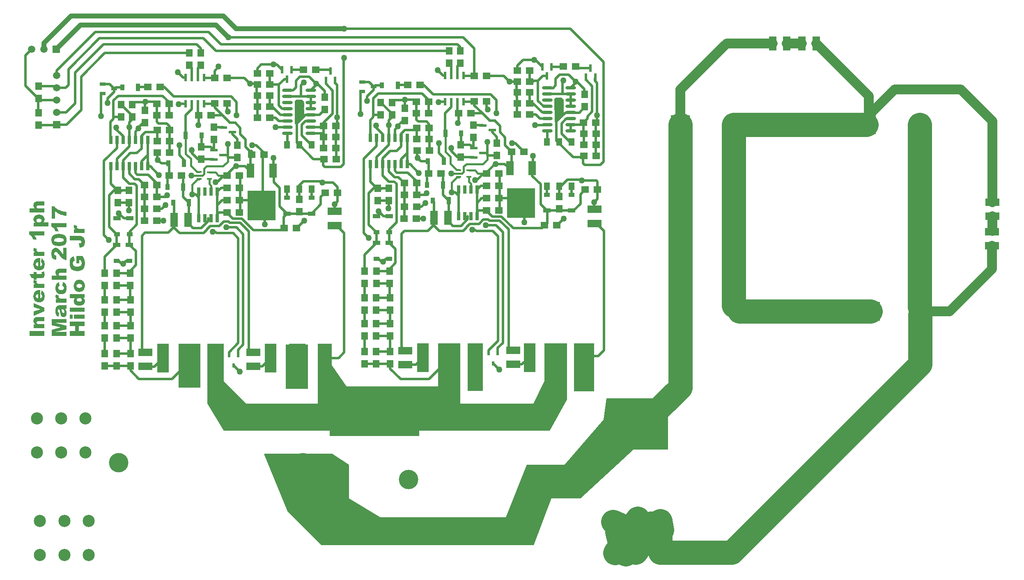
<source format=gtl>
G04 Layer_Physical_Order=1*
G04 Layer_Color=255*
%FSLAX25Y25*%
%MOIN*%
G70*
G01*
G75*
%ADD10R,0.03150X0.06890*%
%ADD11R,0.06299X0.05500*%
%ADD12R,0.02362X0.06102*%
%ADD13R,0.05500X0.06299*%
G04:AMPARAMS|DCode=14|XSize=35.83mil|YSize=62.99mil|CornerRadius=8.96mil|HoleSize=0mil|Usage=FLASHONLY|Rotation=0.000|XOffset=0mil|YOffset=0mil|HoleType=Round|Shape=RoundedRectangle|*
%AMROUNDEDRECTD14*
21,1,0.03583,0.04508,0,0,0.0*
21,1,0.01791,0.06299,0,0,0.0*
1,1,0.01791,0.00896,-0.02254*
1,1,0.01791,-0.00896,-0.02254*
1,1,0.01791,-0.00896,0.02254*
1,1,0.01791,0.00896,0.02254*
%
%ADD14ROUNDEDRECTD14*%
%ADD15R,0.03583X0.04803*%
G04:AMPARAMS|DCode=16|XSize=35.83mil|YSize=62.99mil|CornerRadius=8.96mil|HoleSize=0mil|Usage=FLASHONLY|Rotation=90.000|XOffset=0mil|YOffset=0mil|HoleType=Round|Shape=RoundedRectangle|*
%AMROUNDEDRECTD16*
21,1,0.03583,0.04508,0,0,90.0*
21,1,0.01791,0.06299,0,0,90.0*
1,1,0.01791,0.02254,0.00896*
1,1,0.01791,0.02254,-0.00896*
1,1,0.01791,-0.02254,-0.00896*
1,1,0.01791,-0.02254,0.00896*
%
%ADD16ROUNDEDRECTD16*%
%ADD17R,0.04803X0.03583*%
%ADD18R,0.11811X0.06496*%
%ADD19R,0.06299X0.11811*%
%ADD20R,0.22835X0.24410*%
%ADD21R,0.05906X0.02362*%
%ADD22R,0.04724X0.03150*%
%ADD23O,0.08661X0.02362*%
%ADD24R,0.04724X0.06299*%
%ADD25R,0.02362X0.05906*%
G04:AMPARAMS|DCode=26|XSize=39.37mil|YSize=15.75mil|CornerRadius=3.94mil|HoleSize=0mil|Usage=FLASHONLY|Rotation=0.000|XOffset=0mil|YOffset=0mil|HoleType=Round|Shape=RoundedRectangle|*
%AMROUNDEDRECTD26*
21,1,0.03937,0.00787,0,0,0.0*
21,1,0.03150,0.01575,0,0,0.0*
1,1,0.00787,0.01575,-0.00394*
1,1,0.00787,-0.01575,-0.00394*
1,1,0.00787,-0.01575,0.00394*
1,1,0.00787,0.01575,0.00394*
%
%ADD26ROUNDEDRECTD26*%
%ADD27R,0.09409X0.23622*%
%ADD28R,0.13504X0.23622*%
%ADD29R,0.06496X0.11811*%
%ADD30R,0.02362X0.03347*%
%ADD31C,0.02008*%
%ADD32C,0.01693*%
%ADD33C,0.19685*%
%ADD34C,0.07874*%
%ADD35C,0.03937*%
%ADD36R,0.15748X0.15748*%
%ADD37C,0.15748*%
%ADD38C,0.09843*%
%ADD39R,0.05906X0.05906*%
%ADD40C,0.05906*%
%ADD41R,0.05906X0.05906*%
%ADD42R,0.09843X0.09055*%
%ADD43R,0.15748X0.09055*%
%ADD44C,0.05000*%
G36*
X1850718Y1095173D02*
X1850902Y1095150D01*
X1851086Y1095127D01*
X1851317Y1095081D01*
X1851548Y1095035D01*
X1852078Y1094873D01*
X1852355Y1094758D01*
X1852632Y1094643D01*
X1852908Y1094481D01*
X1853185Y1094297D01*
X1853439Y1094089D01*
X1853692Y1093858D01*
X1853715Y1093835D01*
X1853739Y1093789D01*
X1853808Y1093720D01*
X1853900Y1093605D01*
X1853992Y1093466D01*
X1854084Y1093305D01*
X1854200Y1093120D01*
X1854315Y1092890D01*
X1854453Y1092659D01*
X1854569Y1092383D01*
X1854661Y1092083D01*
X1854753Y1091737D01*
X1854845Y1091391D01*
X1854914Y1091022D01*
X1854938Y1090607D01*
X1854961Y1090192D01*
Y1090169D01*
Y1090100D01*
Y1089984D01*
X1854938Y1089846D01*
Y1089662D01*
X1854914Y1089454D01*
X1854868Y1089223D01*
X1854822Y1088993D01*
X1854707Y1088439D01*
X1854523Y1087886D01*
X1854246Y1087309D01*
X1854084Y1087056D01*
X1853900Y1086802D01*
X1853877Y1086779D01*
X1853831Y1086733D01*
X1853761Y1086664D01*
X1853669Y1086548D01*
X1853531Y1086433D01*
X1853370Y1086318D01*
X1853185Y1086156D01*
X1852978Y1086018D01*
X1852747Y1085880D01*
X1852493Y1085741D01*
X1852193Y1085603D01*
X1851894Y1085488D01*
X1851571Y1085372D01*
X1851225Y1085303D01*
X1850856Y1085257D01*
X1850464Y1085234D01*
X1850279D01*
X1850118Y1085257D01*
X1849957Y1085280D01*
X1849749Y1085303D01*
X1849541Y1085349D01*
X1849288Y1085395D01*
X1848780Y1085557D01*
X1848504Y1085672D01*
X1848227Y1085810D01*
X1847950Y1085949D01*
X1847674Y1086133D01*
X1847420Y1086341D01*
X1847166Y1086572D01*
X1847143Y1086594D01*
X1847120Y1086641D01*
X1847051Y1086710D01*
X1846959Y1086825D01*
X1846867Y1086940D01*
X1846751Y1087125D01*
X1846636Y1087309D01*
X1846521Y1087517D01*
X1846405Y1087771D01*
X1846290Y1088047D01*
X1846175Y1088324D01*
X1846082Y1088647D01*
X1845990Y1088993D01*
X1845921Y1089362D01*
X1845898Y1089754D01*
X1845875Y1090169D01*
Y1090192D01*
Y1090284D01*
Y1090423D01*
X1845898Y1090607D01*
X1845921Y1090814D01*
X1845944Y1091068D01*
X1845990Y1091345D01*
X1846059Y1091645D01*
X1846244Y1092267D01*
X1846359Y1092613D01*
X1846521Y1092936D01*
X1846682Y1093259D01*
X1846890Y1093559D01*
X1847120Y1093858D01*
X1847397Y1094112D01*
X1847420Y1094135D01*
X1847443Y1094158D01*
X1847512Y1094204D01*
X1847605Y1094273D01*
X1847743Y1094366D01*
X1847881Y1094458D01*
X1848227Y1094666D01*
X1848665Y1094850D01*
X1849173Y1095035D01*
X1849749Y1095150D01*
X1850072Y1095196D01*
X1850579D01*
X1850718Y1095173D01*
D02*
G37*
G36*
X1836974Y1093420D02*
X1837089Y1093397D01*
X1837274Y1093328D01*
X1837504Y1093236D01*
X1837781Y1093097D01*
X1838081Y1092959D01*
X1838380Y1092775D01*
X1838657Y1092567D01*
X1838680Y1092544D01*
X1838773Y1092452D01*
X1838911Y1092336D01*
X1839072Y1092152D01*
X1839234Y1091921D01*
X1839418Y1091668D01*
X1839603Y1091368D01*
X1839764Y1091045D01*
X1839787Y1090999D01*
X1839833Y1090884D01*
X1839879Y1090676D01*
X1839949Y1090399D01*
X1840041Y1090077D01*
X1840087Y1089662D01*
X1840133Y1089200D01*
X1840156Y1088693D01*
Y1088670D01*
Y1088624D01*
Y1088555D01*
Y1088462D01*
X1840133Y1088209D01*
Y1087886D01*
X1840087Y1087517D01*
X1840041Y1087148D01*
X1839995Y1086756D01*
X1839902Y1086387D01*
X1839879Y1086341D01*
X1839856Y1086226D01*
X1839787Y1086064D01*
X1839695Y1085834D01*
X1839580Y1085603D01*
X1839441Y1085326D01*
X1839280Y1085050D01*
X1839072Y1084796D01*
X1839049Y1084773D01*
X1838980Y1084681D01*
X1838842Y1084565D01*
X1838680Y1084427D01*
X1838496Y1084266D01*
X1838265Y1084104D01*
X1838012Y1083943D01*
X1837735Y1083781D01*
X1837689Y1083758D01*
X1837596Y1083735D01*
X1837412Y1083666D01*
X1837181Y1083597D01*
X1836882Y1083528D01*
X1836536Y1083481D01*
X1836121Y1083435D01*
X1835659Y1083412D01*
X1835429D01*
X1835198Y1083435D01*
X1834875Y1083458D01*
X1834529Y1083528D01*
X1834160Y1083597D01*
X1833768Y1083712D01*
X1833423Y1083850D01*
X1833400Y1083873D01*
X1833307Y1083920D01*
X1833192Y1083989D01*
X1833031Y1084104D01*
X1832846Y1084219D01*
X1832662Y1084381D01*
X1832454Y1084565D01*
X1832270Y1084773D01*
X1832247Y1084796D01*
X1832177Y1084865D01*
X1832085Y1084980D01*
X1831970Y1085142D01*
X1831854Y1085326D01*
X1831716Y1085534D01*
X1831601Y1085741D01*
X1831486Y1085972D01*
X1831462Y1086018D01*
X1831416Y1086156D01*
X1831347Y1086364D01*
X1831278Y1086641D01*
X1831209Y1087010D01*
X1831140Y1087425D01*
X1831093Y1087909D01*
X1831071Y1088462D01*
Y1088486D01*
Y1088555D01*
Y1088670D01*
Y1088808D01*
X1831093Y1088993D01*
X1831117Y1089200D01*
X1831163Y1089662D01*
X1831255Y1090192D01*
X1831393Y1090722D01*
X1831578Y1091230D01*
X1831693Y1091483D01*
X1831832Y1091691D01*
Y1091714D01*
X1831878Y1091737D01*
X1831970Y1091875D01*
X1832154Y1092083D01*
X1832385Y1092313D01*
X1832708Y1092567D01*
X1833077Y1092844D01*
X1833538Y1093074D01*
X1834045Y1093282D01*
X1834460Y1090146D01*
X1834437D01*
X1834368Y1090123D01*
X1834276Y1090077D01*
X1834160Y1090007D01*
X1833884Y1089846D01*
X1833768Y1089731D01*
X1833653Y1089592D01*
X1833630Y1089569D01*
X1833607Y1089523D01*
X1833561Y1089431D01*
X1833492Y1089316D01*
X1833446Y1089177D01*
X1833400Y1088993D01*
X1833377Y1088785D01*
X1833353Y1088555D01*
Y1088509D01*
Y1088416D01*
X1833377Y1088278D01*
X1833423Y1088093D01*
X1833492Y1087886D01*
X1833607Y1087655D01*
X1833745Y1087448D01*
X1833953Y1087240D01*
X1833976Y1087217D01*
X1834068Y1087171D01*
X1834207Y1087079D01*
X1834391Y1086987D01*
X1834645Y1086894D01*
X1834968Y1086802D01*
X1835337Y1086756D01*
X1835752Y1086733D01*
X1835936D01*
X1836121Y1086756D01*
X1836351Y1086802D01*
X1836605Y1086848D01*
X1836882Y1086940D01*
X1837135Y1087056D01*
X1837366Y1087217D01*
X1837389Y1087240D01*
X1837458Y1087309D01*
X1837550Y1087425D01*
X1837643Y1087563D01*
X1837735Y1087747D01*
X1837827Y1087978D01*
X1837896Y1088232D01*
X1837919Y1088509D01*
Y1088532D01*
Y1088624D01*
X1837896Y1088739D01*
X1837873Y1088877D01*
X1837781Y1089246D01*
X1837712Y1089431D01*
X1837596Y1089592D01*
X1837573Y1089615D01*
X1837527Y1089662D01*
X1837458Y1089754D01*
X1837343Y1089846D01*
X1837204Y1089961D01*
X1837020Y1090077D01*
X1836812Y1090192D01*
X1836559Y1090284D01*
X1836928Y1093443D01*
X1836974Y1093420D01*
D02*
G37*
G36*
X1833907Y1082213D02*
X1833884Y1082190D01*
X1833861Y1082121D01*
X1833815Y1082006D01*
X1833768Y1081867D01*
X1833699Y1081567D01*
X1833653Y1081429D01*
Y1081291D01*
Y1081268D01*
Y1081175D01*
X1833676Y1081060D01*
X1833722Y1080922D01*
X1833792Y1080760D01*
X1833884Y1080576D01*
X1834022Y1080414D01*
X1834207Y1080276D01*
X1834253Y1080253D01*
X1834368Y1080207D01*
X1834553Y1080115D01*
X1834691Y1080069D01*
X1834852Y1080022D01*
X1835037Y1079976D01*
X1835221Y1079930D01*
X1835475Y1079884D01*
X1835729Y1079838D01*
X1836005Y1079815D01*
X1836328Y1079792D01*
X1836674Y1079769D01*
X1839949D01*
Y1076425D01*
X1831278D01*
Y1079538D01*
X1832708D01*
X1832662Y1079561D01*
X1832546Y1079607D01*
X1832408Y1079700D01*
X1832200Y1079815D01*
X1831785Y1080115D01*
X1831601Y1080276D01*
X1831439Y1080437D01*
X1831416Y1080461D01*
X1831370Y1080530D01*
X1831324Y1080622D01*
X1831255Y1080760D01*
X1831186Y1080945D01*
X1831117Y1081152D01*
X1831093Y1081383D01*
X1831071Y1081637D01*
Y1081660D01*
Y1081775D01*
X1831093Y1081913D01*
X1831140Y1082121D01*
X1831186Y1082351D01*
X1831278Y1082628D01*
X1831393Y1082928D01*
X1831555Y1083251D01*
X1833907Y1082213D01*
D02*
G37*
G36*
X1818549Y1080138D02*
X1818595D01*
X1818687Y1080161D01*
X1818826Y1080184D01*
X1819010Y1080207D01*
X1819402Y1080345D01*
X1819587Y1080437D01*
X1819748Y1080553D01*
X1819771Y1080576D01*
X1819840Y1080645D01*
X1819933Y1080737D01*
X1820025Y1080899D01*
X1820117Y1081060D01*
X1820209Y1081291D01*
X1820278Y1081521D01*
X1820301Y1081798D01*
Y1081821D01*
Y1081890D01*
X1820278Y1081983D01*
Y1082098D01*
X1820209Y1082421D01*
X1820071Y1082743D01*
Y1082767D01*
X1820048Y1082790D01*
X1819933Y1082905D01*
X1819771Y1083089D01*
X1819517Y1083320D01*
X1819817Y1086594D01*
X1819840D01*
X1819863Y1086572D01*
X1819933Y1086525D01*
X1820025Y1086456D01*
X1820255Y1086295D01*
X1820555Y1086087D01*
X1820855Y1085810D01*
X1821178Y1085511D01*
X1821454Y1085165D01*
X1821708Y1084773D01*
Y1084750D01*
X1821731Y1084727D01*
X1821754Y1084657D01*
X1821800Y1084588D01*
X1821847Y1084473D01*
X1821893Y1084335D01*
X1821939Y1084173D01*
X1821985Y1083989D01*
X1822031Y1083781D01*
X1822077Y1083574D01*
X1822169Y1083043D01*
X1822239Y1082421D01*
X1822261Y1081729D01*
Y1081706D01*
Y1081660D01*
Y1081567D01*
Y1081452D01*
X1822239Y1081291D01*
Y1081129D01*
X1822192Y1080737D01*
X1822146Y1080299D01*
X1822054Y1079861D01*
X1821939Y1079400D01*
X1821777Y1079008D01*
X1821754Y1078962D01*
X1821685Y1078846D01*
X1821570Y1078662D01*
X1821408Y1078454D01*
X1821178Y1078178D01*
X1820924Y1077924D01*
X1820601Y1077647D01*
X1820232Y1077394D01*
X1820209D01*
X1820186Y1077370D01*
X1820048Y1077301D01*
X1819817Y1077186D01*
X1819517Y1077071D01*
X1819148Y1076956D01*
X1818733Y1076840D01*
X1818249Y1076771D01*
X1817742Y1076748D01*
X1817534D01*
X1817396Y1076771D01*
X1817234Y1076794D01*
X1817027Y1076817D01*
X1816566Y1076909D01*
X1816035Y1077071D01*
X1815505Y1077301D01*
X1815228Y1077440D01*
X1814952Y1077624D01*
X1814698Y1077809D01*
X1814444Y1078039D01*
X1814421Y1078062D01*
X1814398Y1078109D01*
X1814329Y1078178D01*
X1814237Y1078270D01*
X1814144Y1078408D01*
X1814052Y1078570D01*
X1813937Y1078754D01*
X1813799Y1078985D01*
X1813683Y1079215D01*
X1813568Y1079492D01*
X1813476Y1079792D01*
X1813383Y1080092D01*
X1813291Y1080461D01*
X1813222Y1080830D01*
X1813199Y1081222D01*
X1813176Y1081637D01*
Y1081660D01*
Y1081729D01*
Y1081821D01*
Y1081936D01*
X1813199Y1082098D01*
Y1082282D01*
X1813245Y1082697D01*
X1813314Y1083159D01*
X1813430Y1083643D01*
X1813568Y1084127D01*
X1813752Y1084565D01*
Y1084588D01*
X1813775Y1084611D01*
X1813868Y1084750D01*
X1813983Y1084934D01*
X1814168Y1085188D01*
X1814421Y1085441D01*
X1814698Y1085718D01*
X1815021Y1085972D01*
X1815413Y1086203D01*
X1815436D01*
X1815459Y1086226D01*
X1815528Y1086249D01*
X1815597Y1086295D01*
X1815828Y1086387D01*
X1816151Y1086502D01*
X1816543Y1086594D01*
X1817027Y1086687D01*
X1817580Y1086756D01*
X1818180Y1086779D01*
X1818549D01*
Y1080138D01*
D02*
G37*
G36*
X1816012Y1094135D02*
X1815989Y1094112D01*
X1815966Y1094043D01*
X1815920Y1093928D01*
X1815874Y1093789D01*
X1815805Y1093489D01*
X1815759Y1093351D01*
Y1093213D01*
Y1093190D01*
Y1093097D01*
X1815782Y1092982D01*
X1815828Y1092844D01*
X1815897Y1092682D01*
X1815989Y1092498D01*
X1816128Y1092336D01*
X1816312Y1092198D01*
X1816358Y1092175D01*
X1816474Y1092129D01*
X1816658Y1092037D01*
X1816796Y1091991D01*
X1816958Y1091945D01*
X1817142Y1091898D01*
X1817327Y1091852D01*
X1817580Y1091806D01*
X1817834Y1091760D01*
X1818111Y1091737D01*
X1818434Y1091714D01*
X1818780Y1091691D01*
X1822054D01*
Y1088347D01*
X1813383D01*
Y1091460D01*
X1814813D01*
X1814767Y1091483D01*
X1814652Y1091529D01*
X1814513Y1091622D01*
X1814306Y1091737D01*
X1813891Y1092037D01*
X1813706Y1092198D01*
X1813545Y1092360D01*
X1813522Y1092383D01*
X1813476Y1092452D01*
X1813430Y1092544D01*
X1813360Y1092682D01*
X1813291Y1092867D01*
X1813222Y1093074D01*
X1813199Y1093305D01*
X1813176Y1093559D01*
Y1093582D01*
Y1093697D01*
X1813199Y1093835D01*
X1813245Y1094043D01*
X1813291Y1094273D01*
X1813383Y1094550D01*
X1813499Y1094850D01*
X1813660Y1095173D01*
X1816012Y1094135D01*
D02*
G37*
G36*
X1818549Y1106149D02*
X1818595D01*
X1818687Y1106172D01*
X1818826Y1106196D01*
X1819010Y1106219D01*
X1819402Y1106357D01*
X1819587Y1106449D01*
X1819748Y1106565D01*
X1819771Y1106588D01*
X1819840Y1106657D01*
X1819933Y1106749D01*
X1820025Y1106910D01*
X1820117Y1107072D01*
X1820209Y1107302D01*
X1820278Y1107533D01*
X1820301Y1107810D01*
Y1107833D01*
Y1107902D01*
X1820278Y1107994D01*
Y1108109D01*
X1820209Y1108432D01*
X1820071Y1108755D01*
Y1108778D01*
X1820048Y1108801D01*
X1819933Y1108917D01*
X1819771Y1109101D01*
X1819517Y1109332D01*
X1819817Y1112606D01*
X1819840D01*
X1819863Y1112583D01*
X1819933Y1112537D01*
X1820025Y1112468D01*
X1820255Y1112306D01*
X1820555Y1112099D01*
X1820855Y1111822D01*
X1821178Y1111522D01*
X1821454Y1111176D01*
X1821708Y1110785D01*
Y1110761D01*
X1821731Y1110738D01*
X1821754Y1110669D01*
X1821800Y1110600D01*
X1821847Y1110485D01*
X1821893Y1110346D01*
X1821939Y1110185D01*
X1821985Y1110000D01*
X1822031Y1109793D01*
X1822077Y1109585D01*
X1822169Y1109055D01*
X1822239Y1108432D01*
X1822261Y1107741D01*
Y1107718D01*
Y1107671D01*
Y1107579D01*
Y1107464D01*
X1822239Y1107302D01*
Y1107141D01*
X1822192Y1106749D01*
X1822146Y1106311D01*
X1822054Y1105873D01*
X1821939Y1105412D01*
X1821777Y1105019D01*
X1821754Y1104973D01*
X1821685Y1104858D01*
X1821570Y1104674D01*
X1821408Y1104466D01*
X1821178Y1104189D01*
X1820924Y1103936D01*
X1820601Y1103659D01*
X1820232Y1103405D01*
X1820209D01*
X1820186Y1103382D01*
X1820048Y1103313D01*
X1819817Y1103198D01*
X1819517Y1103082D01*
X1819148Y1102967D01*
X1818733Y1102852D01*
X1818249Y1102783D01*
X1817742Y1102760D01*
X1817534D01*
X1817396Y1102783D01*
X1817234Y1102806D01*
X1817027Y1102829D01*
X1816566Y1102921D01*
X1816035Y1103082D01*
X1815505Y1103313D01*
X1815228Y1103451D01*
X1814952Y1103636D01*
X1814698Y1103820D01*
X1814444Y1104051D01*
X1814421Y1104074D01*
X1814398Y1104120D01*
X1814329Y1104189D01*
X1814237Y1104282D01*
X1814144Y1104420D01*
X1814052Y1104581D01*
X1813937Y1104766D01*
X1813799Y1104996D01*
X1813683Y1105227D01*
X1813568Y1105504D01*
X1813476Y1105803D01*
X1813383Y1106103D01*
X1813291Y1106472D01*
X1813222Y1106841D01*
X1813199Y1107233D01*
X1813176Y1107648D01*
Y1107671D01*
Y1107741D01*
Y1107833D01*
Y1107948D01*
X1813199Y1108109D01*
Y1108294D01*
X1813245Y1108709D01*
X1813314Y1109170D01*
X1813430Y1109655D01*
X1813568Y1110139D01*
X1813752Y1110577D01*
Y1110600D01*
X1813775Y1110623D01*
X1813868Y1110761D01*
X1813983Y1110946D01*
X1814168Y1111200D01*
X1814421Y1111453D01*
X1814698Y1111730D01*
X1815021Y1111984D01*
X1815413Y1112214D01*
X1815436D01*
X1815459Y1112237D01*
X1815528Y1112260D01*
X1815597Y1112306D01*
X1815828Y1112399D01*
X1816151Y1112514D01*
X1816543Y1112606D01*
X1817027Y1112698D01*
X1817580Y1112768D01*
X1818180Y1112791D01*
X1818549D01*
Y1106149D01*
D02*
G37*
G36*
X1853070Y1114336D02*
X1853093Y1114290D01*
X1853162Y1114197D01*
X1853231Y1114082D01*
X1853323Y1113944D01*
X1853416Y1113759D01*
X1853646Y1113367D01*
X1853900Y1112906D01*
X1854153Y1112422D01*
X1854384Y1111914D01*
X1854569Y1111430D01*
Y1111407D01*
X1854592Y1111384D01*
X1854615Y1111292D01*
X1854638Y1111200D01*
X1854661Y1111084D01*
X1854684Y1110946D01*
X1854753Y1110577D01*
X1854845Y1110139D01*
X1854891Y1109632D01*
X1854938Y1109055D01*
X1854961Y1108432D01*
Y1108409D01*
Y1108340D01*
Y1108225D01*
X1854938Y1108086D01*
Y1107902D01*
X1854914Y1107694D01*
X1854891Y1107464D01*
X1854868Y1107210D01*
X1854776Y1106657D01*
X1854661Y1106080D01*
X1854476Y1105481D01*
X1854246Y1104950D01*
Y1104927D01*
X1854200Y1104881D01*
X1854177Y1104812D01*
X1854107Y1104720D01*
X1853946Y1104489D01*
X1853692Y1104189D01*
X1853393Y1103866D01*
X1853024Y1103521D01*
X1852585Y1103175D01*
X1852078Y1102875D01*
X1852055D01*
X1852009Y1102852D01*
X1851940Y1102806D01*
X1851825Y1102760D01*
X1851686Y1102713D01*
X1851525Y1102644D01*
X1851340Y1102575D01*
X1851110Y1102506D01*
X1850625Y1102368D01*
X1850072Y1102252D01*
X1849426Y1102160D01*
X1848758Y1102137D01*
X1848573D01*
X1848435Y1102160D01*
X1848250D01*
X1848066Y1102183D01*
X1847835Y1102206D01*
X1847605Y1102229D01*
X1847051Y1102345D01*
X1846498Y1102483D01*
X1845898Y1102667D01*
X1845345Y1102944D01*
X1845321D01*
X1845275Y1102990D01*
X1845206Y1103036D01*
X1845114Y1103106D01*
X1844837Y1103290D01*
X1844514Y1103544D01*
X1844168Y1103889D01*
X1843800Y1104282D01*
X1843454Y1104766D01*
X1843154Y1105319D01*
Y1105342D01*
X1843131Y1105365D01*
X1843108Y1105458D01*
X1843062Y1105550D01*
X1843016Y1105665D01*
X1842969Y1105803D01*
X1842900Y1105988D01*
X1842854Y1106196D01*
X1842808Y1106403D01*
X1842739Y1106657D01*
X1842647Y1107210D01*
X1842577Y1107856D01*
X1842554Y1108594D01*
Y1108617D01*
Y1108686D01*
Y1108778D01*
Y1108917D01*
Y1109078D01*
X1842577Y1109286D01*
X1842600Y1109701D01*
X1842647Y1110185D01*
X1842716Y1110692D01*
X1842808Y1111153D01*
X1842854Y1111361D01*
X1842923Y1111569D01*
Y1111592D01*
X1842946Y1111615D01*
X1842993Y1111730D01*
X1843085Y1111914D01*
X1843200Y1112145D01*
X1843361Y1112399D01*
X1843546Y1112675D01*
X1843777Y1112952D01*
X1844053Y1113206D01*
X1844076Y1113229D01*
X1844192Y1113321D01*
X1844353Y1113436D01*
X1844561Y1113575D01*
X1844837Y1113736D01*
X1845160Y1113898D01*
X1845552Y1114059D01*
X1845967Y1114197D01*
X1846590Y1110623D01*
X1846567D01*
X1846475Y1110577D01*
X1846359Y1110531D01*
X1846198Y1110439D01*
X1846036Y1110346D01*
X1845875Y1110208D01*
X1845691Y1110047D01*
X1845552Y1109862D01*
X1845529Y1109839D01*
X1845483Y1109770D01*
X1845437Y1109655D01*
X1845368Y1109493D01*
X1845299Y1109309D01*
X1845229Y1109055D01*
X1845206Y1108801D01*
X1845183Y1108502D01*
Y1108479D01*
Y1108455D01*
Y1108386D01*
X1845206Y1108294D01*
X1845229Y1108086D01*
X1845299Y1107810D01*
X1845391Y1107487D01*
X1845552Y1107164D01*
X1845760Y1106864D01*
X1846036Y1106565D01*
X1846082Y1106541D01*
X1846198Y1106449D01*
X1846405Y1106334D01*
X1846682Y1106219D01*
X1847074Y1106080D01*
X1847535Y1105965D01*
X1848089Y1105873D01*
X1848388Y1105850D01*
X1848919D01*
X1849057Y1105873D01*
X1849219D01*
X1849380Y1105896D01*
X1849795Y1105942D01*
X1850256Y1106034D01*
X1850718Y1106149D01*
X1851133Y1106334D01*
X1851340Y1106449D01*
X1851502Y1106565D01*
X1851548Y1106611D01*
X1851640Y1106703D01*
X1851755Y1106864D01*
X1851917Y1107095D01*
X1852078Y1107395D01*
X1852193Y1107741D01*
X1852286Y1108156D01*
X1852332Y1108617D01*
Y1108640D01*
Y1108732D01*
Y1108847D01*
X1852309Y1109009D01*
X1852286Y1109170D01*
X1852263Y1109378D01*
X1852170Y1109793D01*
Y1109816D01*
X1852124Y1109885D01*
X1852078Y1110023D01*
X1852032Y1110185D01*
X1851940Y1110369D01*
X1851825Y1110600D01*
X1851709Y1110831D01*
X1851548Y1111107D01*
X1850395D01*
Y1108617D01*
X1847904D01*
Y1114359D01*
X1853047D01*
X1853070Y1114336D01*
D02*
G37*
G36*
X1839949Y1100799D02*
X1835037D01*
X1834898Y1100776D01*
X1834737Y1100753D01*
X1834345Y1100661D01*
X1834160Y1100592D01*
X1834022Y1100477D01*
X1833999Y1100454D01*
X1833976Y1100430D01*
X1833907Y1100361D01*
X1833838Y1100269D01*
X1833792Y1100154D01*
X1833722Y1099992D01*
X1833699Y1099831D01*
X1833676Y1099646D01*
Y1099623D01*
Y1099554D01*
X1833699Y1099439D01*
X1833722Y1099301D01*
X1833792Y1099139D01*
X1833861Y1098978D01*
X1833976Y1098816D01*
X1834138Y1098678D01*
X1834160Y1098655D01*
X1834230Y1098632D01*
X1834345Y1098563D01*
X1834506Y1098493D01*
X1834737Y1098424D01*
X1835037Y1098378D01*
X1835383Y1098332D01*
X1835798Y1098309D01*
X1839949D01*
Y1094988D01*
X1827957D01*
Y1098309D01*
X1832385D01*
X1832362Y1098332D01*
X1832270Y1098424D01*
X1832154Y1098563D01*
X1831993Y1098724D01*
X1831832Y1098932D01*
X1831670Y1099162D01*
X1831532Y1099393D01*
X1831393Y1099646D01*
X1831370Y1099670D01*
X1831347Y1099762D01*
X1831301Y1099900D01*
X1831232Y1100085D01*
X1831163Y1100315D01*
X1831117Y1100592D01*
X1831093Y1100892D01*
X1831071Y1101215D01*
Y1101238D01*
Y1101284D01*
Y1101353D01*
X1831093Y1101445D01*
X1831117Y1101676D01*
X1831163Y1101999D01*
X1831278Y1102345D01*
X1831416Y1102690D01*
X1831624Y1103036D01*
X1831901Y1103359D01*
X1831947Y1103382D01*
X1832062Y1103475D01*
X1832247Y1103613D01*
X1832523Y1103751D01*
X1832892Y1103889D01*
X1833330Y1104028D01*
X1833838Y1104120D01*
X1834437Y1104143D01*
X1839949D01*
Y1100799D01*
D02*
G37*
G36*
X1822008Y1101699D02*
Y1101676D01*
X1822031Y1101607D01*
X1822054Y1101514D01*
X1822077Y1101261D01*
X1822123Y1100961D01*
X1822169Y1100615D01*
X1822215Y1100223D01*
X1822239Y1099808D01*
X1822261Y1099393D01*
Y1099370D01*
Y1099347D01*
Y1099277D01*
Y1099185D01*
X1822239Y1098978D01*
X1822215Y1098701D01*
X1822192Y1098401D01*
X1822123Y1098102D01*
X1822054Y1097802D01*
X1821962Y1097548D01*
X1821939Y1097525D01*
X1821893Y1097456D01*
X1821823Y1097340D01*
X1821708Y1097225D01*
X1821593Y1097087D01*
X1821408Y1096949D01*
X1821224Y1096810D01*
X1820993Y1096695D01*
X1820970D01*
X1820878Y1096649D01*
X1820716Y1096603D01*
X1820486Y1096556D01*
X1820186Y1096510D01*
X1819840Y1096464D01*
X1819402Y1096441D01*
X1818895Y1096418D01*
X1815828D01*
Y1095196D01*
X1813383D01*
Y1096418D01*
X1811792D01*
X1810063Y1099762D01*
X1813383D01*
Y1101583D01*
X1815828D01*
Y1099762D01*
X1819102D01*
X1819218Y1099785D01*
X1819448Y1099808D01*
X1819563Y1099831D01*
X1819633Y1099854D01*
X1819679Y1099877D01*
X1819771Y1099992D01*
X1819863Y1100177D01*
X1819886Y1100292D01*
X1819909Y1100430D01*
Y1100454D01*
Y1100500D01*
X1819886Y1100592D01*
Y1100707D01*
X1819863Y1100846D01*
X1819817Y1101030D01*
X1819771Y1101238D01*
X1819702Y1101468D01*
X1822008Y1101722D01*
Y1101699D01*
D02*
G37*
G36*
X1854753Y1080484D02*
X1853485D01*
X1853531Y1080461D01*
X1853623Y1080368D01*
X1853761Y1080253D01*
X1853923Y1080092D01*
X1854131Y1079907D01*
X1854292Y1079723D01*
X1854453Y1079515D01*
X1854592Y1079308D01*
X1854615Y1079284D01*
X1854638Y1079169D01*
X1854707Y1079031D01*
X1854776Y1078823D01*
X1854845Y1078593D01*
X1854891Y1078316D01*
X1854938Y1078016D01*
X1854961Y1077693D01*
Y1077670D01*
Y1077624D01*
Y1077532D01*
X1854938Y1077394D01*
X1854914Y1077255D01*
X1854891Y1077094D01*
X1854799Y1076702D01*
X1854638Y1076264D01*
X1854523Y1076033D01*
X1854384Y1075803D01*
X1854246Y1075595D01*
X1854061Y1075387D01*
X1853854Y1075180D01*
X1853623Y1074995D01*
X1853600D01*
X1853554Y1074949D01*
X1853485Y1074903D01*
X1853370Y1074857D01*
X1853254Y1074788D01*
X1853093Y1074696D01*
X1852908Y1074626D01*
X1852701Y1074534D01*
X1852217Y1074373D01*
X1851663Y1074211D01*
X1851040Y1074119D01*
X1850349Y1074073D01*
X1850141D01*
X1849980Y1074096D01*
X1849818D01*
X1849611Y1074119D01*
X1849126Y1074211D01*
X1848596Y1074327D01*
X1848043Y1074511D01*
X1847512Y1074765D01*
X1847259Y1074903D01*
X1847028Y1075088D01*
X1847005Y1075111D01*
X1846982Y1075134D01*
X1846844Y1075272D01*
X1846659Y1075503D01*
X1846452Y1075803D01*
X1846244Y1076194D01*
X1846059Y1076633D01*
X1845921Y1077140D01*
X1845898Y1077417D01*
X1845875Y1077716D01*
Y1077763D01*
Y1077855D01*
X1845898Y1077993D01*
Y1078178D01*
X1845944Y1078385D01*
X1845990Y1078616D01*
X1846059Y1078869D01*
X1846152Y1079100D01*
Y1079123D01*
X1846198Y1079215D01*
X1846267Y1079331D01*
X1846336Y1079492D01*
X1846452Y1079677D01*
X1846590Y1079861D01*
X1846751Y1080069D01*
X1846936Y1080253D01*
X1842762D01*
Y1083620D01*
X1854753D01*
Y1080484D01*
D02*
G37*
G36*
Y1057355D02*
X1849911D01*
Y1053319D01*
X1854753D01*
Y1049606D01*
X1842762D01*
Y1053319D01*
X1846959D01*
Y1057355D01*
X1842762D01*
Y1061067D01*
X1854753D01*
Y1057355D01*
D02*
G37*
G36*
X1822054Y1061574D02*
X1817142D01*
X1817004Y1061551D01*
X1816842Y1061528D01*
X1816450Y1061436D01*
X1816266Y1061367D01*
X1816128Y1061252D01*
X1816105Y1061228D01*
X1816081Y1061205D01*
X1816012Y1061136D01*
X1815943Y1061044D01*
X1815897Y1060929D01*
X1815828Y1060767D01*
X1815805Y1060606D01*
X1815782Y1060421D01*
Y1060398D01*
Y1060329D01*
X1815805Y1060214D01*
X1815828Y1060075D01*
X1815897Y1059914D01*
X1815966Y1059753D01*
X1816081Y1059591D01*
X1816243Y1059453D01*
X1816266Y1059430D01*
X1816335Y1059407D01*
X1816450Y1059338D01*
X1816612Y1059268D01*
X1816842Y1059199D01*
X1817142Y1059153D01*
X1817488Y1059107D01*
X1817903Y1059084D01*
X1822054D01*
Y1055763D01*
X1813383D01*
Y1058853D01*
X1814790D01*
X1814744Y1058876D01*
X1814652Y1058969D01*
X1814490Y1059107D01*
X1814306Y1059291D01*
X1814121Y1059499D01*
X1813914Y1059730D01*
X1813729Y1059983D01*
X1813568Y1060237D01*
X1813545Y1060260D01*
X1813499Y1060375D01*
X1813453Y1060514D01*
X1813360Y1060721D01*
X1813291Y1060975D01*
X1813245Y1061275D01*
X1813199Y1061598D01*
X1813176Y1061967D01*
Y1061989D01*
Y1062036D01*
Y1062105D01*
X1813199Y1062197D01*
X1813222Y1062451D01*
X1813268Y1062751D01*
X1813383Y1063096D01*
X1813522Y1063465D01*
X1813729Y1063811D01*
X1814006Y1064134D01*
X1814052Y1064157D01*
X1814168Y1064249D01*
X1814352Y1064388D01*
X1814629Y1064526D01*
X1814998Y1064664D01*
X1815436Y1064803D01*
X1815943Y1064895D01*
X1816543Y1064918D01*
X1822054D01*
Y1061574D01*
D02*
G37*
G36*
Y1049606D02*
X1810063D01*
Y1053319D01*
X1822054D01*
Y1049606D01*
D02*
G37*
G36*
X1839949Y1060052D02*
X1830817D01*
X1839949Y1057723D01*
Y1054956D01*
X1830817Y1052650D01*
X1839949D01*
Y1049606D01*
X1827957D01*
Y1054495D01*
X1835267Y1056340D01*
X1827957Y1058208D01*
Y1063096D01*
X1839949D01*
Y1060052D01*
D02*
G37*
G36*
X1845045Y1063442D02*
X1842762D01*
Y1066763D01*
X1845045D01*
Y1063442D01*
D02*
G37*
G36*
X1822054Y1072482D02*
Y1069530D01*
X1813383Y1065933D01*
Y1069392D01*
X1818895Y1071075D01*
X1813383Y1072828D01*
Y1076194D01*
X1822054Y1072482D01*
D02*
G37*
G36*
X1854753Y1069023D02*
X1842762D01*
Y1072367D01*
X1854753D01*
Y1069023D01*
D02*
G37*
G36*
Y1063442D02*
X1846082D01*
Y1066763D01*
X1854753D01*
Y1063442D01*
D02*
G37*
G36*
X1839949Y1071675D02*
X1839926D01*
X1839902Y1071652D01*
X1839764Y1071583D01*
X1839603Y1071490D01*
X1839464Y1071421D01*
X1839418D01*
X1839326Y1071398D01*
X1839141Y1071375D01*
X1838911Y1071329D01*
X1838934Y1071306D01*
X1839003Y1071214D01*
X1839118Y1071075D01*
X1839257Y1070914D01*
X1839395Y1070706D01*
X1839557Y1070499D01*
X1839695Y1070268D01*
X1839810Y1070014D01*
X1839833Y1069968D01*
X1839856Y1069853D01*
X1839926Y1069668D01*
X1839972Y1069438D01*
X1840041Y1069138D01*
X1840110Y1068792D01*
X1840133Y1068400D01*
X1840156Y1067985D01*
Y1067962D01*
Y1067916D01*
Y1067847D01*
X1840133Y1067731D01*
Y1067593D01*
X1840110Y1067455D01*
X1840064Y1067109D01*
X1839972Y1066717D01*
X1839856Y1066325D01*
X1839672Y1065956D01*
X1839441Y1065610D01*
X1839418Y1065587D01*
X1839303Y1065495D01*
X1839165Y1065356D01*
X1838957Y1065218D01*
X1838703Y1065080D01*
X1838380Y1064941D01*
X1838035Y1064849D01*
X1837666Y1064826D01*
X1837504D01*
X1837320Y1064849D01*
X1837089Y1064895D01*
X1836835Y1064964D01*
X1836559Y1065080D01*
X1836305Y1065218D01*
X1836051Y1065402D01*
X1836028Y1065425D01*
X1835936Y1065518D01*
X1835821Y1065656D01*
X1835682Y1065887D01*
X1835544Y1066163D01*
X1835383Y1066532D01*
X1835221Y1066994D01*
X1835106Y1067524D01*
Y1067547D01*
X1835083Y1067616D01*
X1835060Y1067708D01*
X1835037Y1067824D01*
X1835014Y1067985D01*
X1834968Y1068147D01*
X1834898Y1068539D01*
X1834806Y1068931D01*
X1834714Y1069346D01*
X1834645Y1069692D01*
X1834599Y1069830D01*
X1834576Y1069945D01*
Y1069968D01*
X1834553Y1070037D01*
X1834506Y1070153D01*
X1834460Y1070314D01*
X1834391Y1070499D01*
X1834322Y1070706D01*
X1834160Y1071144D01*
X1834068D01*
X1833953Y1071121D01*
X1833838D01*
X1833538Y1071029D01*
X1833423Y1070983D01*
X1833307Y1070891D01*
X1833284D01*
X1833261Y1070845D01*
X1833215Y1070775D01*
X1833169Y1070683D01*
X1833123Y1070568D01*
X1833100Y1070406D01*
X1833054Y1070222D01*
Y1069991D01*
Y1069945D01*
Y1069853D01*
X1833077Y1069715D01*
Y1069530D01*
X1833169Y1069138D01*
X1833238Y1068931D01*
X1833330Y1068769D01*
Y1068746D01*
X1833377Y1068723D01*
X1833423Y1068654D01*
X1833492Y1068585D01*
X1833607Y1068515D01*
X1833745Y1068423D01*
X1833907Y1068331D01*
X1834091Y1068262D01*
X1833745Y1065080D01*
X1833699D01*
X1833607Y1065103D01*
X1833469Y1065149D01*
X1833261Y1065195D01*
X1832846Y1065356D01*
X1832639Y1065472D01*
X1832454Y1065587D01*
X1832431Y1065610D01*
X1832362Y1065656D01*
X1832293Y1065725D01*
X1832177Y1065841D01*
X1832039Y1065979D01*
X1831901Y1066140D01*
X1831762Y1066325D01*
X1831624Y1066555D01*
X1831601Y1066578D01*
X1831578Y1066648D01*
X1831532Y1066740D01*
X1831486Y1066878D01*
X1831416Y1067063D01*
X1831347Y1067293D01*
X1831278Y1067547D01*
X1831232Y1067824D01*
Y1067870D01*
X1831209Y1067962D01*
X1831186Y1068124D01*
X1831140Y1068354D01*
X1831117Y1068608D01*
X1831093Y1068884D01*
X1831071Y1069207D01*
Y1069553D01*
Y1069576D01*
Y1069622D01*
Y1069692D01*
Y1069807D01*
Y1070084D01*
X1831093Y1070406D01*
X1831117Y1070798D01*
X1831140Y1071190D01*
X1831186Y1071583D01*
X1831255Y1071951D01*
Y1071998D01*
X1831278Y1072113D01*
X1831324Y1072274D01*
X1831393Y1072482D01*
X1831486Y1072736D01*
X1831624Y1072989D01*
X1831762Y1073243D01*
X1831947Y1073473D01*
X1831970Y1073497D01*
X1832016Y1073543D01*
X1832108Y1073612D01*
X1832224Y1073704D01*
X1832362Y1073819D01*
X1832546Y1073935D01*
X1832754Y1074050D01*
X1833007Y1074142D01*
X1833031Y1074165D01*
X1833123Y1074188D01*
X1833261Y1074234D01*
X1833423Y1074280D01*
X1833607Y1074327D01*
X1833815Y1074350D01*
X1834045Y1074396D01*
X1838450D01*
X1838773Y1074419D01*
X1838934Y1074442D01*
X1839072Y1074465D01*
X1839095D01*
X1839141Y1074488D01*
X1839211Y1074511D01*
X1839303Y1074534D01*
X1839441Y1074580D01*
X1839580Y1074650D01*
X1839949Y1074811D01*
Y1071675D01*
D02*
G37*
G36*
X1816012Y1120147D02*
X1815989Y1120124D01*
X1815966Y1120055D01*
X1815920Y1119939D01*
X1815874Y1119801D01*
X1815805Y1119501D01*
X1815759Y1119363D01*
Y1119224D01*
Y1119201D01*
Y1119109D01*
X1815782Y1118994D01*
X1815828Y1118855D01*
X1815897Y1118694D01*
X1815989Y1118510D01*
X1816128Y1118348D01*
X1816312Y1118210D01*
X1816358Y1118187D01*
X1816474Y1118141D01*
X1816658Y1118048D01*
X1816796Y1118002D01*
X1816958Y1117956D01*
X1817142Y1117910D01*
X1817327Y1117864D01*
X1817580Y1117818D01*
X1817834Y1117772D01*
X1818111Y1117749D01*
X1818434Y1117725D01*
X1818780Y1117702D01*
X1822054D01*
Y1114359D01*
X1813383D01*
Y1117472D01*
X1814813D01*
X1814767Y1117495D01*
X1814652Y1117541D01*
X1814513Y1117633D01*
X1814306Y1117749D01*
X1813891Y1118048D01*
X1813706Y1118210D01*
X1813545Y1118371D01*
X1813522Y1118394D01*
X1813476Y1118464D01*
X1813430Y1118556D01*
X1813360Y1118694D01*
X1813291Y1118878D01*
X1813222Y1119086D01*
X1813199Y1119317D01*
X1813176Y1119570D01*
Y1119593D01*
Y1119709D01*
X1813199Y1119847D01*
X1813245Y1120055D01*
X1813291Y1120285D01*
X1813383Y1120562D01*
X1813499Y1120862D01*
X1813660Y1121185D01*
X1816012Y1120147D01*
D02*
G37*
G36*
X2328386Y956968D02*
X2300512D01*
X2257382Y917382D01*
X2233878Y917382D01*
X2219528Y879528D01*
X2071929Y879527D01*
X2047165Y879528D01*
X2019528Y907165D01*
X2000369Y953521D01*
X2000647Y953937D01*
X2055748D01*
X2069252Y944764D01*
Y917382D01*
X2094685Y902283D01*
X2196772Y902283D01*
X2213819Y944764D01*
X2244258Y944764D01*
X2275984Y981496D01*
X2278268Y998661D01*
X2328386D01*
Y956968D01*
D02*
G37*
G36*
X2268307Y1004527D02*
X2252126D01*
Y1043473D01*
X2268307D01*
Y1004527D01*
D02*
G37*
G36*
X1822054Y1155475D02*
X1817142D01*
X1817004Y1155452D01*
X1816842Y1155429D01*
X1816450Y1155336D01*
X1816266Y1155267D01*
X1816128Y1155152D01*
X1816105Y1155129D01*
X1816081Y1155106D01*
X1816012Y1155037D01*
X1815943Y1154944D01*
X1815897Y1154829D01*
X1815828Y1154668D01*
X1815805Y1154506D01*
X1815782Y1154322D01*
Y1154299D01*
Y1154230D01*
X1815805Y1154114D01*
X1815828Y1153976D01*
X1815897Y1153814D01*
X1815966Y1153653D01*
X1816081Y1153492D01*
X1816243Y1153353D01*
X1816266Y1153330D01*
X1816335Y1153307D01*
X1816450Y1153238D01*
X1816612Y1153169D01*
X1816842Y1153100D01*
X1817142Y1153053D01*
X1817488Y1153007D01*
X1817903Y1152984D01*
X1822054D01*
Y1149664D01*
X1810063D01*
Y1152984D01*
X1814490D01*
X1814467Y1153007D01*
X1814375Y1153100D01*
X1814260Y1153238D01*
X1814098Y1153399D01*
X1813937Y1153607D01*
X1813775Y1153837D01*
X1813637Y1154068D01*
X1813499Y1154322D01*
X1813476Y1154345D01*
X1813453Y1154437D01*
X1813407Y1154575D01*
X1813337Y1154760D01*
X1813268Y1154990D01*
X1813222Y1155267D01*
X1813199Y1155567D01*
X1813176Y1155890D01*
Y1155913D01*
Y1155959D01*
Y1156028D01*
X1813199Y1156120D01*
X1813222Y1156351D01*
X1813268Y1156674D01*
X1813383Y1157020D01*
X1813522Y1157366D01*
X1813729Y1157712D01*
X1814006Y1158034D01*
X1814052Y1158057D01*
X1814168Y1158150D01*
X1814352Y1158288D01*
X1814629Y1158426D01*
X1814998Y1158565D01*
X1815436Y1158703D01*
X1815943Y1158795D01*
X1816543Y1158819D01*
X1822054D01*
Y1155475D01*
D02*
G37*
G36*
X1818157Y1148026D02*
X1818341D01*
X1818549Y1148003D01*
X1819033Y1147911D01*
X1819563Y1147796D01*
X1820117Y1147611D01*
X1820647Y1147358D01*
X1820901Y1147196D01*
X1821132Y1147012D01*
X1821155D01*
X1821178Y1146966D01*
X1821316Y1146827D01*
X1821478Y1146597D01*
X1821685Y1146297D01*
X1821893Y1145905D01*
X1822077Y1145467D01*
X1822215Y1144959D01*
X1822239Y1144683D01*
X1822261Y1144383D01*
Y1144360D01*
Y1144244D01*
X1822239Y1144106D01*
Y1143922D01*
X1822192Y1143714D01*
X1822146Y1143460D01*
X1822100Y1143230D01*
X1822008Y1142976D01*
X1821985Y1142953D01*
X1821962Y1142861D01*
X1821893Y1142746D01*
X1821823Y1142607D01*
X1821708Y1142423D01*
X1821570Y1142238D01*
X1821408Y1142054D01*
X1821224Y1141869D01*
X1825352D01*
Y1138503D01*
X1813383D01*
Y1141616D01*
X1814675D01*
X1814629Y1141639D01*
X1814536Y1141731D01*
X1814398Y1141846D01*
X1814237Y1142008D01*
X1814052Y1142192D01*
X1813868Y1142377D01*
X1813706Y1142584D01*
X1813568Y1142792D01*
X1813545Y1142815D01*
X1813499Y1142930D01*
X1813453Y1143069D01*
X1813360Y1143276D01*
X1813291Y1143507D01*
X1813245Y1143783D01*
X1813199Y1144083D01*
X1813176Y1144406D01*
Y1144429D01*
Y1144475D01*
Y1144567D01*
X1813199Y1144683D01*
X1813222Y1144844D01*
X1813245Y1145006D01*
X1813337Y1145397D01*
X1813499Y1145813D01*
X1813614Y1146043D01*
X1813729Y1146274D01*
X1813891Y1146481D01*
X1814075Y1146689D01*
X1814283Y1146896D01*
X1814513Y1147081D01*
X1814536Y1147104D01*
X1814583Y1147127D01*
X1814652Y1147173D01*
X1814744Y1147242D01*
X1814882Y1147311D01*
X1815044Y1147381D01*
X1815228Y1147473D01*
X1815436Y1147565D01*
X1815897Y1147750D01*
X1816474Y1147888D01*
X1817096Y1148003D01*
X1817811Y1148049D01*
X1818019D01*
X1818157Y1148026D01*
D02*
G37*
G36*
X1830240Y1154645D02*
X1830263Y1154622D01*
X1830333Y1154552D01*
X1830425Y1154460D01*
X1830655Y1154230D01*
X1830955Y1153930D01*
X1831324Y1153584D01*
X1831762Y1153238D01*
X1832224Y1152892D01*
X1832708Y1152546D01*
X1832731D01*
X1832777Y1152500D01*
X1832869Y1152454D01*
X1832984Y1152385D01*
X1833146Y1152293D01*
X1833330Y1152177D01*
X1833538Y1152085D01*
X1833768Y1151947D01*
X1834022Y1151831D01*
X1834299Y1151693D01*
X1834898Y1151416D01*
X1835590Y1151163D01*
X1836305Y1150909D01*
X1836328D01*
X1836374Y1150886D01*
X1836466Y1150863D01*
X1836582Y1150840D01*
X1836720Y1150794D01*
X1836905Y1150747D01*
X1837112Y1150701D01*
X1837343Y1150655D01*
X1837596Y1150609D01*
X1837873Y1150563D01*
X1838496Y1150448D01*
X1839188Y1150355D01*
X1839949Y1150286D01*
Y1146966D01*
X1839926D01*
X1839810Y1146989D01*
X1839672Y1147012D01*
X1839464Y1147035D01*
X1839211Y1147081D01*
X1838911Y1147127D01*
X1838588Y1147196D01*
X1838242Y1147265D01*
X1837850Y1147358D01*
X1837458Y1147427D01*
X1836651Y1147657D01*
X1835821Y1147888D01*
X1835037Y1148188D01*
X1835014D01*
X1834945Y1148234D01*
X1834829Y1148280D01*
X1834691Y1148349D01*
X1834506Y1148442D01*
X1834299Y1148557D01*
X1834045Y1148695D01*
X1833768Y1148833D01*
X1833446Y1149018D01*
X1833123Y1149226D01*
X1832408Y1149687D01*
X1831601Y1150217D01*
X1830771Y1150863D01*
Y1144936D01*
X1827957D01*
Y1154668D01*
X1830217D01*
X1830240Y1154645D01*
D02*
G37*
G36*
X2178071Y1004921D02*
X2165748D01*
Y1043473D01*
X2178071D01*
Y1004921D01*
D02*
G37*
G36*
X2032883Y1239952D02*
X2032740Y1239232D01*
X2032913Y1238358D01*
Y1235106D01*
X2032740Y1234232D01*
X2032913Y1233358D01*
Y1228543D01*
X2025931Y1221561D01*
X2025468Y1221751D01*
X2025354Y1240354D01*
X2026535Y1241535D01*
X2031299D01*
X2032883Y1239952D01*
D02*
G37*
G36*
X2243740Y1241576D02*
Y1236536D01*
Y1230198D01*
X2236758Y1223215D01*
X2236295Y1223405D01*
X2236181Y1242009D01*
X2237362Y1243190D01*
X2242126D01*
X2243740Y1241576D01*
D02*
G37*
G36*
X2159567Y994528D02*
X2219094Y994528D01*
X2228110Y1012795D01*
X2228110Y1043347D01*
X2246378Y1043347D01*
Y997874D01*
X2232323Y972322D01*
X2126457Y972323D01*
Y968150D01*
X2053701Y968150D01*
Y972323D01*
X1967677Y972323D01*
X1954370Y994528D01*
Y1043158D01*
X1967677D01*
Y1012795D01*
X1985945Y994528D01*
X2044094Y994528D01*
X2044094Y1043158D01*
X2055433D01*
Y1025945D01*
X2067520Y1008425D01*
X2120426Y1008425D01*
X2141614Y1008425D01*
Y1043473D01*
X2159567D01*
Y994528D01*
D02*
G37*
G36*
X2035945Y1006417D02*
X2017953D01*
Y1042284D01*
X2018071Y1042402D01*
X2035945D01*
Y1006417D01*
D02*
G37*
G36*
X1948779Y1007323D02*
X1931063D01*
Y1043158D01*
X1948779D01*
Y1007323D01*
D02*
G37*
G36*
X1822054Y1131193D02*
X1814075D01*
X1814098Y1131147D01*
X1814168Y1131054D01*
X1814283Y1130893D01*
X1814444Y1130685D01*
X1814606Y1130432D01*
X1814767Y1130178D01*
X1815090Y1129601D01*
X1815113Y1129578D01*
X1815159Y1129463D01*
X1815228Y1129302D01*
X1815321Y1129071D01*
X1815436Y1128794D01*
X1815551Y1128471D01*
X1815666Y1128102D01*
X1815805Y1127687D01*
X1813084D01*
Y1127711D01*
X1813061Y1127757D01*
X1813037Y1127849D01*
X1812991Y1127964D01*
X1812945Y1128102D01*
X1812876Y1128264D01*
X1812715Y1128656D01*
X1812530Y1129071D01*
X1812323Y1129509D01*
X1812069Y1129924D01*
X1811792Y1130316D01*
X1811746Y1130362D01*
X1811654Y1130478D01*
X1811493Y1130639D01*
X1811262Y1130847D01*
X1810985Y1131100D01*
X1810639Y1131331D01*
X1810270Y1131585D01*
X1809855Y1131792D01*
Y1134559D01*
X1822054D01*
Y1131193D01*
D02*
G37*
G36*
X1848711Y1138895D02*
X1848688Y1138872D01*
X1848665Y1138802D01*
X1848619Y1138687D01*
X1848573Y1138549D01*
X1848504Y1138249D01*
X1848458Y1138111D01*
Y1137972D01*
Y1137949D01*
Y1137857D01*
X1848481Y1137742D01*
X1848527Y1137603D01*
X1848596Y1137442D01*
X1848688Y1137257D01*
X1848827Y1137096D01*
X1849011Y1136958D01*
X1849057Y1136934D01*
X1849173Y1136888D01*
X1849357Y1136796D01*
X1849495Y1136750D01*
X1849657Y1136704D01*
X1849841Y1136658D01*
X1850026Y1136612D01*
X1850279Y1136566D01*
X1850533Y1136519D01*
X1850810Y1136496D01*
X1851133Y1136473D01*
X1851479Y1136450D01*
X1854753D01*
Y1133107D01*
X1846082D01*
Y1136220D01*
X1847512D01*
X1847466Y1136243D01*
X1847351Y1136289D01*
X1847212Y1136381D01*
X1847005Y1136496D01*
X1846590Y1136796D01*
X1846405Y1136958D01*
X1846244Y1137119D01*
X1846221Y1137142D01*
X1846175Y1137211D01*
X1846129Y1137304D01*
X1846059Y1137442D01*
X1845990Y1137626D01*
X1845921Y1137834D01*
X1845898Y1138064D01*
X1845875Y1138318D01*
Y1138341D01*
Y1138457D01*
X1845898Y1138595D01*
X1845944Y1138802D01*
X1845990Y1139033D01*
X1846082Y1139310D01*
X1846198Y1139610D01*
X1846359Y1139932D01*
X1848711Y1138895D01*
D02*
G37*
G36*
X1834414Y1132323D02*
X1834691D01*
X1834991Y1132300D01*
X1835337Y1132253D01*
X1835706Y1132207D01*
X1836466Y1132069D01*
X1837274Y1131884D01*
X1837643Y1131746D01*
X1838012Y1131608D01*
X1838357Y1131423D01*
X1838657Y1131239D01*
X1838680Y1131216D01*
X1838726Y1131193D01*
X1838796Y1131123D01*
X1838888Y1131031D01*
X1839003Y1130893D01*
X1839141Y1130754D01*
X1839257Y1130570D01*
X1839395Y1130339D01*
X1839557Y1130109D01*
X1839672Y1129832D01*
X1839810Y1129509D01*
X1839926Y1129163D01*
X1840018Y1128794D01*
X1840087Y1128379D01*
X1840133Y1127918D01*
X1840156Y1127434D01*
Y1127411D01*
Y1127365D01*
Y1127295D01*
Y1127180D01*
X1840133Y1127065D01*
Y1126903D01*
X1840087Y1126558D01*
X1840041Y1126189D01*
X1839972Y1125774D01*
X1839856Y1125358D01*
X1839695Y1124989D01*
X1839672Y1124943D01*
X1839603Y1124828D01*
X1839487Y1124667D01*
X1839326Y1124459D01*
X1839141Y1124205D01*
X1838888Y1123952D01*
X1838588Y1123698D01*
X1838265Y1123468D01*
X1838242Y1123444D01*
X1838150Y1123398D01*
X1837988Y1123306D01*
X1837781Y1123214D01*
X1837527Y1123122D01*
X1837227Y1123006D01*
X1836859Y1122891D01*
X1836466Y1122799D01*
X1836420D01*
X1836351Y1122776D01*
X1836259Y1122753D01*
X1836028Y1122730D01*
X1835706Y1122683D01*
X1835337Y1122637D01*
X1834898Y1122614D01*
X1834414Y1122568D01*
X1833584D01*
X1833353Y1122591D01*
X1833077Y1122614D01*
X1832754Y1122637D01*
X1832408Y1122660D01*
X1832039Y1122730D01*
X1831232Y1122868D01*
X1830448Y1123075D01*
X1830079Y1123214D01*
X1829733Y1123398D01*
X1829410Y1123583D01*
X1829133Y1123790D01*
X1829110Y1123813D01*
X1829064Y1123860D01*
X1828995Y1123929D01*
X1828926Y1124021D01*
X1828811Y1124159D01*
X1828695Y1124321D01*
X1828580Y1124505D01*
X1828442Y1124713D01*
X1828303Y1124966D01*
X1828188Y1125243D01*
X1828073Y1125543D01*
X1827957Y1125889D01*
X1827888Y1126258D01*
X1827819Y1126650D01*
X1827773Y1127065D01*
X1827750Y1127526D01*
Y1127549D01*
Y1127572D01*
Y1127641D01*
Y1127734D01*
X1827773Y1127941D01*
X1827796Y1128218D01*
X1827819Y1128541D01*
X1827865Y1128864D01*
X1827957Y1129209D01*
X1828050Y1129509D01*
X1828073Y1129555D01*
X1828096Y1129648D01*
X1828165Y1129786D01*
X1828257Y1129970D01*
X1828511Y1130385D01*
X1828649Y1130593D01*
X1828834Y1130777D01*
X1828857Y1130801D01*
X1828926Y1130870D01*
X1829018Y1130939D01*
X1829133Y1131054D01*
X1829295Y1131170D01*
X1829456Y1131308D01*
X1829848Y1131538D01*
X1829871Y1131561D01*
X1829940Y1131585D01*
X1830056Y1131654D01*
X1830194Y1131700D01*
X1830379Y1131792D01*
X1830586Y1131861D01*
X1830817Y1131931D01*
X1831071Y1132000D01*
X1831093D01*
X1831140Y1132023D01*
X1831209D01*
X1831301Y1132046D01*
X1831416Y1132092D01*
X1831578Y1132115D01*
X1831924Y1132184D01*
X1832339Y1132230D01*
X1832823Y1132300D01*
X1833330Y1132323D01*
X1833884Y1132346D01*
X1834184D01*
X1834414Y1132323D01*
D02*
G37*
G36*
X1839949Y1111153D02*
X1839879D01*
X1839810Y1111176D01*
X1839695Y1111200D01*
X1839557Y1111223D01*
X1839418Y1111246D01*
X1839049Y1111338D01*
X1838634Y1111476D01*
X1838150Y1111661D01*
X1837666Y1111891D01*
X1837181Y1112191D01*
X1837158D01*
X1837112Y1112237D01*
X1837043Y1112283D01*
X1836951Y1112376D01*
X1836812Y1112468D01*
X1836674Y1112583D01*
X1836490Y1112745D01*
X1836305Y1112929D01*
X1836074Y1113137D01*
X1835844Y1113367D01*
X1835590Y1113644D01*
X1835313Y1113944D01*
X1835037Y1114266D01*
X1834737Y1114612D01*
X1834414Y1115005D01*
X1834091Y1115443D01*
X1834068Y1115466D01*
X1834045Y1115512D01*
X1833976Y1115581D01*
X1833907Y1115673D01*
X1833722Y1115927D01*
X1833469Y1116227D01*
X1833215Y1116549D01*
X1832938Y1116872D01*
X1832685Y1117126D01*
X1832569Y1117241D01*
X1832454Y1117334D01*
X1832431Y1117357D01*
X1832362Y1117403D01*
X1832247Y1117472D01*
X1832108Y1117541D01*
X1831947Y1117610D01*
X1831762Y1117679D01*
X1831555Y1117725D01*
X1831370Y1117749D01*
X1831278D01*
X1831163Y1117725D01*
X1831047Y1117702D01*
X1830886Y1117656D01*
X1830748Y1117564D01*
X1830586Y1117472D01*
X1830425Y1117334D01*
X1830402Y1117311D01*
X1830356Y1117264D01*
X1830309Y1117172D01*
X1830217Y1117057D01*
X1830148Y1116918D01*
X1830102Y1116734D01*
X1830056Y1116549D01*
X1830033Y1116319D01*
Y1116296D01*
Y1116204D01*
X1830056Y1116088D01*
X1830079Y1115950D01*
X1830125Y1115788D01*
X1830217Y1115604D01*
X1830309Y1115443D01*
X1830448Y1115281D01*
X1830471Y1115258D01*
X1830517Y1115212D01*
X1830632Y1115143D01*
X1830771Y1115074D01*
X1830955Y1114981D01*
X1831209Y1114889D01*
X1831509Y1114820D01*
X1831854Y1114751D01*
X1831601Y1111407D01*
X1831532D01*
X1831462Y1111430D01*
X1831370Y1111453D01*
X1831117Y1111499D01*
X1830794Y1111569D01*
X1830448Y1111661D01*
X1830079Y1111776D01*
X1829733Y1111914D01*
X1829410Y1112099D01*
X1829364Y1112122D01*
X1829272Y1112191D01*
X1829133Y1112306D01*
X1828949Y1112491D01*
X1828765Y1112698D01*
X1828557Y1112952D01*
X1828349Y1113252D01*
X1828188Y1113575D01*
X1828165Y1113621D01*
X1828119Y1113759D01*
X1828050Y1113967D01*
X1827957Y1114266D01*
X1827888Y1114659D01*
X1827819Y1115097D01*
X1827773Y1115627D01*
X1827750Y1116227D01*
Y1116250D01*
Y1116296D01*
Y1116388D01*
Y1116526D01*
X1827773Y1116665D01*
Y1116826D01*
X1827796Y1117218D01*
X1827842Y1117656D01*
X1827934Y1118118D01*
X1828027Y1118556D01*
X1828165Y1118948D01*
Y1118971D01*
X1828188Y1118994D01*
X1828234Y1119109D01*
X1828326Y1119294D01*
X1828465Y1119524D01*
X1828626Y1119755D01*
X1828834Y1120008D01*
X1829087Y1120262D01*
X1829387Y1120493D01*
X1829433Y1120516D01*
X1829525Y1120585D01*
X1829710Y1120677D01*
X1829940Y1120792D01*
X1830217Y1120885D01*
X1830517Y1120977D01*
X1830886Y1121046D01*
X1831255Y1121069D01*
X1831439D01*
X1831647Y1121046D01*
X1831924Y1121000D01*
X1832247Y1120908D01*
X1832592Y1120792D01*
X1832961Y1120631D01*
X1833353Y1120424D01*
X1833400Y1120401D01*
X1833515Y1120308D01*
X1833722Y1120124D01*
X1833999Y1119893D01*
X1834322Y1119570D01*
X1834691Y1119155D01*
X1834898Y1118925D01*
X1835106Y1118671D01*
X1835313Y1118371D01*
X1835544Y1118071D01*
X1835567Y1118025D01*
X1835659Y1117910D01*
X1835775Y1117749D01*
X1835913Y1117541D01*
X1836236Y1117080D01*
X1836397Y1116895D01*
X1836513Y1116734D01*
X1836536Y1116711D01*
X1836559Y1116665D01*
X1836628Y1116596D01*
X1836697Y1116503D01*
X1836928Y1116250D01*
X1837227Y1115927D01*
Y1121161D01*
X1839949D01*
Y1111153D01*
D02*
G37*
G36*
X1850003Y1130801D02*
X1850441Y1130777D01*
X1850948Y1130731D01*
X1851479Y1130662D01*
X1851986Y1130570D01*
X1852424Y1130455D01*
X1852470Y1130432D01*
X1852608Y1130385D01*
X1852793Y1130270D01*
X1853047Y1130132D01*
X1853323Y1129924D01*
X1853623Y1129671D01*
X1853923Y1129371D01*
X1854223Y1128979D01*
Y1128956D01*
X1854246Y1128933D01*
X1854292Y1128864D01*
X1854338Y1128794D01*
X1854453Y1128541D01*
X1854592Y1128218D01*
X1854730Y1127826D01*
X1854845Y1127342D01*
X1854938Y1126788D01*
X1854961Y1126165D01*
Y1126142D01*
Y1126096D01*
Y1125981D01*
Y1125866D01*
X1854938Y1125704D01*
Y1125543D01*
X1854891Y1125128D01*
X1854845Y1124690D01*
X1854753Y1124205D01*
X1854638Y1123767D01*
X1854476Y1123352D01*
X1854453Y1123306D01*
X1854384Y1123191D01*
X1854269Y1123006D01*
X1854107Y1122799D01*
X1853923Y1122545D01*
X1853669Y1122291D01*
X1853370Y1122038D01*
X1853047Y1121807D01*
X1853000Y1121784D01*
X1852885Y1121715D01*
X1852678Y1121646D01*
X1852401Y1121530D01*
X1852055Y1121415D01*
X1851663Y1121323D01*
X1851202Y1121231D01*
X1850694Y1121185D01*
X1850210Y1124736D01*
X1850487D01*
X1850672Y1124759D01*
X1851064Y1124782D01*
X1851248Y1124805D01*
X1851409Y1124851D01*
X1851432D01*
X1851479Y1124874D01*
X1851548Y1124920D01*
X1851617Y1124966D01*
X1851825Y1125105D01*
X1852032Y1125312D01*
X1852055Y1125358D01*
X1852101Y1125474D01*
X1852147Y1125658D01*
X1852170Y1125912D01*
Y1125935D01*
Y1126004D01*
X1852147Y1126119D01*
X1852101Y1126258D01*
X1852055Y1126396D01*
X1851986Y1126534D01*
X1851871Y1126696D01*
X1851709Y1126811D01*
X1851686Y1126834D01*
X1851617Y1126857D01*
X1851502Y1126903D01*
X1851340Y1126973D01*
X1851133Y1127019D01*
X1850856Y1127065D01*
X1850533Y1127088D01*
X1850164Y1127111D01*
X1842762D01*
Y1130824D01*
X1849795D01*
X1850003Y1130801D01*
D02*
G37*
G36*
X1839949Y1137903D02*
X1831970D01*
X1831993Y1137857D01*
X1832062Y1137765D01*
X1832177Y1137603D01*
X1832339Y1137396D01*
X1832500Y1137142D01*
X1832662Y1136888D01*
X1832984Y1136312D01*
X1833007Y1136289D01*
X1833054Y1136174D01*
X1833123Y1136012D01*
X1833215Y1135781D01*
X1833330Y1135505D01*
X1833446Y1135182D01*
X1833561Y1134813D01*
X1833699Y1134398D01*
X1830978D01*
Y1134421D01*
X1830955Y1134467D01*
X1830932Y1134559D01*
X1830886Y1134675D01*
X1830840Y1134813D01*
X1830771Y1134974D01*
X1830609Y1135366D01*
X1830425Y1135781D01*
X1830217Y1136220D01*
X1829964Y1136635D01*
X1829687Y1137027D01*
X1829641Y1137073D01*
X1829548Y1137188D01*
X1829387Y1137350D01*
X1829156Y1137557D01*
X1828880Y1137811D01*
X1828534Y1138041D01*
X1828165Y1138295D01*
X1827750Y1138503D01*
Y1141270D01*
X1839949D01*
Y1137903D01*
D02*
G37*
%LPC*%
G36*
X1850418Y1091852D02*
X1850233D01*
X1850026Y1091829D01*
X1849772Y1091783D01*
X1849519Y1091737D01*
X1849219Y1091645D01*
X1848965Y1091529D01*
X1848734Y1091368D01*
X1848711Y1091345D01*
X1848642Y1091276D01*
X1848550Y1091183D01*
X1848435Y1091045D01*
X1848342Y1090884D01*
X1848250Y1090699D01*
X1848181Y1090469D01*
X1848158Y1090238D01*
Y1090215D01*
Y1090123D01*
X1848181Y1089984D01*
X1848227Y1089823D01*
X1848296Y1089615D01*
X1848412Y1089431D01*
X1848550Y1089223D01*
X1848734Y1089039D01*
X1848758Y1089016D01*
X1848827Y1088970D01*
X1848965Y1088900D01*
X1849150Y1088808D01*
X1849403Y1088716D01*
X1849680Y1088647D01*
X1850026Y1088601D01*
X1850441Y1088578D01*
X1850625D01*
X1850833Y1088601D01*
X1851086Y1088647D01*
X1851386Y1088693D01*
X1851663Y1088762D01*
X1851940Y1088877D01*
X1852170Y1089039D01*
X1852193Y1089062D01*
X1852263Y1089131D01*
X1852355Y1089223D01*
X1852447Y1089362D01*
X1852539Y1089523D01*
X1852632Y1089731D01*
X1852701Y1089961D01*
X1852724Y1090215D01*
Y1090238D01*
Y1090330D01*
X1852701Y1090469D01*
X1852655Y1090630D01*
X1852585Y1090814D01*
X1852493Y1091022D01*
X1852378Y1091206D01*
X1852193Y1091391D01*
X1852170Y1091414D01*
X1852078Y1091460D01*
X1851963Y1091529D01*
X1851755Y1091622D01*
X1851525Y1091714D01*
X1851202Y1091783D01*
X1850833Y1091829D01*
X1850418Y1091852D01*
D02*
G37*
G36*
X1816958Y1083389D02*
X1816912D01*
X1816796Y1083366D01*
X1816635Y1083343D01*
X1816427Y1083274D01*
X1816197Y1083205D01*
X1815966Y1083113D01*
X1815759Y1082997D01*
X1815574Y1082859D01*
X1815551Y1082836D01*
X1815505Y1082790D01*
X1815436Y1082697D01*
X1815343Y1082559D01*
X1815274Y1082421D01*
X1815205Y1082236D01*
X1815159Y1082006D01*
X1815136Y1081775D01*
Y1081752D01*
Y1081637D01*
X1815159Y1081498D01*
X1815205Y1081314D01*
X1815297Y1081129D01*
X1815413Y1080899D01*
X1815574Y1080691D01*
X1815782Y1080507D01*
X1815805Y1080484D01*
X1815851Y1080461D01*
X1815943Y1080414D01*
X1816081Y1080345D01*
X1816243Y1080276D01*
X1816450Y1080230D01*
X1816681Y1080184D01*
X1816958Y1080138D01*
Y1083389D01*
D02*
G37*
G36*
Y1109401D02*
X1816912D01*
X1816796Y1109378D01*
X1816635Y1109355D01*
X1816427Y1109286D01*
X1816197Y1109216D01*
X1815966Y1109124D01*
X1815759Y1109009D01*
X1815574Y1108871D01*
X1815551Y1108847D01*
X1815505Y1108801D01*
X1815436Y1108709D01*
X1815343Y1108571D01*
X1815274Y1108432D01*
X1815205Y1108248D01*
X1815159Y1108017D01*
X1815136Y1107787D01*
Y1107764D01*
Y1107648D01*
X1815159Y1107510D01*
X1815205Y1107325D01*
X1815297Y1107141D01*
X1815413Y1106910D01*
X1815574Y1106703D01*
X1815782Y1106518D01*
X1815805Y1106495D01*
X1815851Y1106472D01*
X1815943Y1106426D01*
X1816081Y1106357D01*
X1816243Y1106288D01*
X1816450Y1106242D01*
X1816681Y1106196D01*
X1816958Y1106149D01*
Y1109401D01*
D02*
G37*
G36*
X1850395Y1080276D02*
X1850233D01*
X1850049Y1080253D01*
X1849818Y1080230D01*
X1849588Y1080161D01*
X1849334Y1080092D01*
X1849080Y1079976D01*
X1848873Y1079838D01*
X1848850Y1079815D01*
X1848804Y1079769D01*
X1848711Y1079677D01*
X1848619Y1079538D01*
X1848527Y1079377D01*
X1848435Y1079192D01*
X1848388Y1078985D01*
X1848366Y1078754D01*
Y1078731D01*
Y1078662D01*
X1848388Y1078547D01*
X1848435Y1078408D01*
X1848481Y1078247D01*
X1848573Y1078085D01*
X1848688Y1077924D01*
X1848850Y1077763D01*
X1848873Y1077740D01*
X1848942Y1077716D01*
X1849057Y1077647D01*
X1849242Y1077578D01*
X1849472Y1077509D01*
X1849749Y1077463D01*
X1850095Y1077417D01*
X1850487Y1077394D01*
X1850648D01*
X1850856Y1077417D01*
X1851086Y1077440D01*
X1851340Y1077486D01*
X1851594Y1077555D01*
X1851825Y1077647D01*
X1852032Y1077786D01*
X1852055Y1077809D01*
X1852101Y1077855D01*
X1852193Y1077947D01*
X1852263Y1078062D01*
X1852355Y1078201D01*
X1852447Y1078362D01*
X1852493Y1078570D01*
X1852516Y1078777D01*
Y1078800D01*
Y1078893D01*
X1852493Y1079008D01*
X1852447Y1079146D01*
X1852401Y1079331D01*
X1852309Y1079492D01*
X1852193Y1079677D01*
X1852032Y1079838D01*
X1852009Y1079861D01*
X1851940Y1079907D01*
X1851801Y1079976D01*
X1851640Y1080069D01*
X1851409Y1080138D01*
X1851133Y1080207D01*
X1850787Y1080253D01*
X1850395Y1080276D01*
D02*
G37*
G36*
X1836605Y1071144D02*
X1835844D01*
Y1071121D01*
X1835890Y1071029D01*
X1835936Y1070891D01*
X1835982Y1070706D01*
X1836051Y1070499D01*
X1836144Y1070245D01*
X1836282Y1069715D01*
X1836305Y1069668D01*
X1836328Y1069553D01*
X1836374Y1069369D01*
X1836443Y1069184D01*
X1836536Y1068954D01*
X1836628Y1068746D01*
X1836720Y1068562D01*
X1836812Y1068423D01*
X1836835D01*
X1836859Y1068377D01*
X1836997Y1068308D01*
X1837181Y1068216D01*
X1837320Y1068193D01*
X1837435Y1068170D01*
X1837504D01*
X1837573Y1068193D01*
X1837666D01*
X1837873Y1068285D01*
X1837988Y1068331D01*
X1838081Y1068423D01*
Y1068446D01*
X1838127Y1068469D01*
X1838150Y1068539D01*
X1838196Y1068631D01*
X1838242Y1068746D01*
X1838265Y1068884D01*
X1838311Y1069046D01*
Y1069230D01*
Y1069253D01*
Y1069323D01*
X1838288Y1069438D01*
Y1069576D01*
X1838196Y1069899D01*
X1838150Y1070061D01*
X1838058Y1070245D01*
X1838035Y1070268D01*
X1838012Y1070314D01*
X1837942Y1070406D01*
X1837873Y1070522D01*
X1837666Y1070752D01*
X1837527Y1070845D01*
X1837389Y1070937D01*
X1837366D01*
X1837320Y1070960D01*
X1837227Y1071006D01*
X1837112Y1071052D01*
X1836974Y1071075D01*
X1836812Y1071121D01*
X1836605Y1071144D01*
D02*
G37*
G36*
X1817673Y1144729D02*
X1817488D01*
X1817304Y1144706D01*
X1817073Y1144683D01*
X1816819Y1144637D01*
X1816566Y1144544D01*
X1816335Y1144452D01*
X1816128Y1144314D01*
X1816105Y1144291D01*
X1816058Y1144244D01*
X1815966Y1144152D01*
X1815874Y1144037D01*
X1815782Y1143899D01*
X1815689Y1143714D01*
X1815643Y1143530D01*
X1815620Y1143322D01*
Y1143299D01*
Y1143207D01*
X1815643Y1143091D01*
X1815689Y1142953D01*
X1815736Y1142769D01*
X1815828Y1142584D01*
X1815966Y1142423D01*
X1816128Y1142238D01*
X1816151Y1142215D01*
X1816220Y1142169D01*
X1816335Y1142100D01*
X1816520Y1142031D01*
X1816750Y1141962D01*
X1817027Y1141892D01*
X1817350Y1141846D01*
X1817742Y1141823D01*
X1817903D01*
X1818088Y1141846D01*
X1818318Y1141869D01*
X1818572Y1141938D01*
X1818826Y1142008D01*
X1819079Y1142123D01*
X1819287Y1142261D01*
X1819310Y1142284D01*
X1819356Y1142331D01*
X1819448Y1142446D01*
X1819517Y1142561D01*
X1819610Y1142723D01*
X1819702Y1142907D01*
X1819748Y1143138D01*
X1819771Y1143368D01*
Y1143391D01*
Y1143460D01*
X1819748Y1143576D01*
X1819702Y1143714D01*
X1819656Y1143853D01*
X1819587Y1144014D01*
X1819471Y1144175D01*
X1819310Y1144337D01*
X1819287Y1144360D01*
X1819218Y1144406D01*
X1819102Y1144452D01*
X1818918Y1144544D01*
X1818687Y1144613D01*
X1818410Y1144660D01*
X1818065Y1144706D01*
X1817673Y1144729D01*
D02*
G37*
G36*
X1834576Y1129025D02*
X1833607D01*
X1833423Y1129002D01*
X1833192D01*
X1832708Y1128979D01*
X1832177Y1128933D01*
X1831647Y1128841D01*
X1831393Y1128794D01*
X1831163Y1128748D01*
X1830955Y1128679D01*
X1830794Y1128610D01*
X1830748Y1128587D01*
X1830655Y1128541D01*
X1830540Y1128448D01*
X1830379Y1128310D01*
X1830217Y1128149D01*
X1830102Y1127941D01*
X1830010Y1127687D01*
X1829964Y1127411D01*
Y1127365D01*
X1829987Y1127272D01*
X1830010Y1127134D01*
X1830079Y1126950D01*
X1830171Y1126765D01*
X1830333Y1126558D01*
X1830540Y1126373D01*
X1830817Y1126212D01*
X1830863Y1126189D01*
X1830978Y1126165D01*
X1831071Y1126142D01*
X1831209Y1126096D01*
X1831347Y1126073D01*
X1831509Y1126050D01*
X1831716Y1126004D01*
X1831947Y1125981D01*
X1832177Y1125958D01*
X1832477Y1125912D01*
X1832777Y1125889D01*
X1833123D01*
X1833492Y1125866D01*
X1834276D01*
X1834460Y1125889D01*
X1834691D01*
X1835152Y1125912D01*
X1835682Y1125958D01*
X1836213Y1126027D01*
X1836443Y1126073D01*
X1836674Y1126119D01*
X1836882Y1126189D01*
X1837043Y1126258D01*
X1837089Y1126281D01*
X1837181Y1126327D01*
X1837297Y1126419D01*
X1837458Y1126558D01*
X1837620Y1126719D01*
X1837735Y1126903D01*
X1837827Y1127134D01*
X1837873Y1127411D01*
Y1127434D01*
Y1127503D01*
X1837850Y1127595D01*
X1837827Y1127711D01*
X1837781Y1127849D01*
X1837735Y1127987D01*
X1837643Y1128149D01*
X1837527Y1128287D01*
X1837504Y1128310D01*
X1837458Y1128356D01*
X1837366Y1128425D01*
X1837251Y1128495D01*
X1837112Y1128587D01*
X1836905Y1128679D01*
X1836697Y1128771D01*
X1836420Y1128841D01*
X1836374D01*
X1836282Y1128864D01*
X1836074Y1128910D01*
X1835821Y1128933D01*
X1835475Y1128979D01*
X1835060Y1129002D01*
X1834576Y1129025D01*
D02*
G37*
%LPD*%
D10*
X1962441Y1166732D02*
D03*
X1957441D02*
D03*
X1952441D02*
D03*
X1947441D02*
D03*
X1962441Y1145276D02*
D03*
X1957441D02*
D03*
X1952441D02*
D03*
X1947441D02*
D03*
X2173268Y1168387D02*
D03*
X2168268D02*
D03*
X2163268D02*
D03*
X2158268D02*
D03*
X2173268Y1146930D02*
D03*
X2168268D02*
D03*
X2163268D02*
D03*
X2158268D02*
D03*
X1875905Y1187323D02*
D03*
X1880906D02*
D03*
X1885905D02*
D03*
X1890906D02*
D03*
X1895905D02*
D03*
X1900905D02*
D03*
X1905906D02*
D03*
X1875905Y1208780D02*
D03*
X1880906D02*
D03*
X1885905D02*
D03*
X1890906D02*
D03*
X1895905D02*
D03*
X1900905D02*
D03*
X1905906D02*
D03*
X2086732Y1188977D02*
D03*
X2091732D02*
D03*
X2096732D02*
D03*
X2101732D02*
D03*
X2106732D02*
D03*
X2111732D02*
D03*
X2116732D02*
D03*
X2086732Y1210434D02*
D03*
X2091732D02*
D03*
X2096732D02*
D03*
X2101732D02*
D03*
X2106732D02*
D03*
X2111732D02*
D03*
X2116732D02*
D03*
D11*
X2181185Y1181611D02*
D03*
X2191185D02*
D03*
X2181194Y1171494D02*
D03*
X2191194D02*
D03*
X2191169Y1161460D02*
D03*
X2181169D02*
D03*
X2191169Y1151420D02*
D03*
X2181169D02*
D03*
X2171076Y1260825D02*
D03*
X2181076D02*
D03*
X2117035Y1253389D02*
D03*
X2127035D02*
D03*
X2114239Y1173743D02*
D03*
X2124239D02*
D03*
Y1164098D02*
D03*
X2114239D02*
D03*
Y1154452D02*
D03*
X2124239D02*
D03*
X2114121Y1144806D02*
D03*
X2124121D02*
D03*
X1980342Y1149766D02*
D03*
X1970342D02*
D03*
X1980342Y1159805D02*
D03*
X1970342D02*
D03*
X1970367Y1169840D02*
D03*
X1980367D02*
D03*
X1923806Y1198506D02*
D03*
X1913806D02*
D03*
X1960249Y1238513D02*
D03*
X1970249D02*
D03*
X1960249Y1259171D02*
D03*
X1970249D02*
D03*
X1923280Y1237990D02*
D03*
X1913280D02*
D03*
X2253449Y1268435D02*
D03*
X2243449D02*
D03*
X2205984Y1247458D02*
D03*
X2215984D02*
D03*
X2269958Y1204789D02*
D03*
X2259958D02*
D03*
X2269958Y1213789D02*
D03*
X2259958D02*
D03*
X2205993Y1229372D02*
D03*
X2215993D02*
D03*
X2205984Y1256289D02*
D03*
X2215984D02*
D03*
X2260011Y1195715D02*
D03*
X2270011D02*
D03*
X2215984Y1238458D02*
D03*
X2205984D02*
D03*
X2269698Y1222872D02*
D03*
X2259698D02*
D03*
X2201347Y1199254D02*
D03*
X2211347D02*
D03*
X2205984Y1265252D02*
D03*
X2215984D02*
D03*
X2227922Y1139491D02*
D03*
X2237922D02*
D03*
X2261190Y1168467D02*
D03*
X2271190D02*
D03*
X1923688Y1207714D02*
D03*
X1913688D02*
D03*
X2134515Y1209369D02*
D03*
X2124515D02*
D03*
X1913280Y1228738D02*
D03*
X1923280D02*
D03*
X2124107Y1230392D02*
D03*
X2134107D02*
D03*
X1913413Y1162443D02*
D03*
X1903413D02*
D03*
X2134633Y1200161D02*
D03*
X2124633D02*
D03*
X2171076Y1240168D02*
D03*
X2181076D02*
D03*
X1947507Y1228743D02*
D03*
X1957507D02*
D03*
X2158334Y1230397D02*
D03*
X2168334D02*
D03*
X1923688Y1216769D02*
D03*
X1913688D02*
D03*
X2134515Y1218424D02*
D03*
X2124515D02*
D03*
X1903413Y1152798D02*
D03*
X1913413D02*
D03*
X2134107Y1239644D02*
D03*
X2124107D02*
D03*
X1903295Y1143152D02*
D03*
X1913294D02*
D03*
X1903413Y1172089D02*
D03*
X1913413D02*
D03*
X1906208Y1251735D02*
D03*
X1916208D02*
D03*
X1923255Y1179805D02*
D03*
X1933255D02*
D03*
X2134082Y1181460D02*
D03*
X2144082D02*
D03*
X2026838Y1136971D02*
D03*
X2016838D02*
D03*
X2060106Y1165947D02*
D03*
X2050105D02*
D03*
X1994900Y1262732D02*
D03*
X2004900D02*
D03*
X2000263Y1196735D02*
D03*
X1990263D02*
D03*
X2004900Y1235939D02*
D03*
X1994900D02*
D03*
X2048927Y1193195D02*
D03*
X2058927D02*
D03*
X1994900Y1253769D02*
D03*
X2004900D02*
D03*
X1994909Y1226853D02*
D03*
X2004909D02*
D03*
X2058873Y1211269D02*
D03*
X2048873D02*
D03*
X2058873Y1202269D02*
D03*
X2048873D02*
D03*
X1994900Y1244939D02*
D03*
X2004900D02*
D03*
X2042365Y1265915D02*
D03*
X2032365D02*
D03*
X2058873Y1220269D02*
D03*
X2048873D02*
D03*
X1970358Y1179957D02*
D03*
X1980358D02*
D03*
D12*
X2157496Y1239867D02*
D03*
X2152496D02*
D03*
X2147496D02*
D03*
X2162496D02*
D03*
X2147496Y1261126D02*
D03*
X2152496D02*
D03*
X2157496D02*
D03*
X2162496D02*
D03*
X1946669Y1238212D02*
D03*
X1941669D02*
D03*
X1936669D02*
D03*
X1951669D02*
D03*
X1936669Y1259472D02*
D03*
X1941669D02*
D03*
X1946669D02*
D03*
X1951669D02*
D03*
D13*
X2159647Y1280988D02*
D03*
Y1270988D02*
D03*
X2150647Y1280988D02*
D03*
Y1270988D02*
D03*
X2095076Y1229240D02*
D03*
Y1239240D02*
D03*
X2104289D02*
D03*
Y1229240D02*
D03*
X2101691Y1159555D02*
D03*
Y1169555D02*
D03*
X2092640Y1159541D02*
D03*
Y1169541D02*
D03*
X2091496Y1036681D02*
D03*
Y1026681D02*
D03*
X2102716Y1036681D02*
D03*
Y1026681D02*
D03*
X2081971Y1036681D02*
D03*
Y1026681D02*
D03*
X2091496Y1059462D02*
D03*
Y1049462D02*
D03*
X2102716D02*
D03*
Y1059462D02*
D03*
X2081971Y1059462D02*
D03*
Y1049462D02*
D03*
X2091496Y1080328D02*
D03*
Y1070328D02*
D03*
X2102716D02*
D03*
Y1080328D02*
D03*
X2081971Y1080328D02*
D03*
Y1070328D02*
D03*
X2091612Y1102180D02*
D03*
Y1092180D02*
D03*
X2102404Y1102180D02*
D03*
Y1092180D02*
D03*
X2081971Y1102180D02*
D03*
Y1092180D02*
D03*
X1949294Y1193038D02*
D03*
Y1203038D02*
D03*
X1959569Y1219068D02*
D03*
Y1209068D02*
D03*
X1891890Y1035026D02*
D03*
Y1025026D02*
D03*
X1871144Y1035026D02*
D03*
Y1025026D02*
D03*
X1880669Y1057808D02*
D03*
Y1047808D02*
D03*
X1891890D02*
D03*
Y1057808D02*
D03*
X1871144Y1057808D02*
D03*
Y1047808D02*
D03*
X1891890Y1068674D02*
D03*
Y1078674D02*
D03*
X1871144Y1078674D02*
D03*
Y1068674D02*
D03*
X1880785Y1100525D02*
D03*
Y1090525D02*
D03*
X1891577Y1100525D02*
D03*
Y1090525D02*
D03*
X1871144Y1100525D02*
D03*
Y1090525D02*
D03*
X1948935Y1279318D02*
D03*
Y1269318D02*
D03*
X1939683Y1279318D02*
D03*
Y1269318D02*
D03*
X1817517Y1252454D02*
D03*
Y1242453D02*
D03*
Y1220775D02*
D03*
Y1230775D02*
D03*
X2260651Y1235893D02*
D03*
Y1245893D02*
D03*
X2239984Y1152857D02*
D03*
Y1162858D02*
D03*
X1881813Y1157887D02*
D03*
Y1167887D02*
D03*
X2160121Y1194692D02*
D03*
Y1204692D02*
D03*
X1893462Y1237586D02*
D03*
Y1227586D02*
D03*
X1903738Y1232783D02*
D03*
Y1222783D02*
D03*
X2114565Y1234437D02*
D03*
Y1224437D02*
D03*
X1890864Y1157901D02*
D03*
Y1167901D02*
D03*
X1978664Y1194501D02*
D03*
Y1204501D02*
D03*
X2189491Y1196155D02*
D03*
Y1206155D02*
D03*
X2170396Y1220722D02*
D03*
Y1210722D02*
D03*
X1884250Y1227586D02*
D03*
Y1237586D02*
D03*
X2028900Y1160338D02*
D03*
Y1150338D02*
D03*
X2049567Y1233373D02*
D03*
Y1243373D02*
D03*
X1880669Y1078674D02*
D03*
Y1068674D02*
D03*
Y1035026D02*
D03*
Y1025026D02*
D03*
D14*
X2109035Y1253229D02*
D03*
X1936752Y1212480D02*
D03*
X2147579Y1214135D02*
D03*
X1939469Y1157756D02*
D03*
X2150295Y1159410D02*
D03*
X1898209Y1251575D02*
D03*
X1934780Y1170504D02*
D03*
X2145606Y1172158D02*
D03*
X1935453Y1189843D02*
D03*
X2146280Y1191497D02*
D03*
D15*
X2096161Y1253229D02*
D03*
X1949626Y1212480D02*
D03*
X2160453Y1214135D02*
D03*
X1926595Y1157756D02*
D03*
X2137421Y1159410D02*
D03*
X1885335Y1251575D02*
D03*
X1921906Y1170504D02*
D03*
X2132732Y1172158D02*
D03*
X1922579Y1189843D02*
D03*
X2133405Y1191497D02*
D03*
D16*
X2102181Y1146706D02*
D03*
X2091811Y1146706D02*
D03*
X2102024Y1125158D02*
D03*
X2091654Y1125158D02*
D03*
X2230024Y1151342D02*
D03*
X2250024D02*
D03*
X1880984Y1145051D02*
D03*
X1891354Y1145051D02*
D03*
X2038939Y1148822D02*
D03*
X2018939D02*
D03*
X1891197Y1123504D02*
D03*
X1880827Y1123504D02*
D03*
D17*
X2102181Y1133832D02*
D03*
X2091811Y1133832D02*
D03*
X2102024Y1112284D02*
D03*
X2091654Y1112284D02*
D03*
X2230024Y1164216D02*
D03*
X2250024D02*
D03*
X1880984Y1132177D02*
D03*
X1891354Y1132177D02*
D03*
X2038939Y1161696D02*
D03*
X2018939D02*
D03*
X1891197Y1110630D02*
D03*
X1880827Y1110630D02*
D03*
D18*
X2115000Y1037521D02*
D03*
Y1026103D02*
D03*
X2057756Y1150679D02*
D03*
Y1139261D02*
D03*
X1904173Y1036299D02*
D03*
Y1024882D02*
D03*
X2268583Y1152333D02*
D03*
Y1140916D02*
D03*
X1991850Y1036299D02*
D03*
Y1024882D02*
D03*
X2202677Y1037953D02*
D03*
Y1026536D02*
D03*
X2591732Y1146850D02*
D03*
Y1158268D02*
D03*
X2591299Y1122874D02*
D03*
Y1134291D02*
D03*
D19*
X2007561Y1183661D02*
D03*
X1989451D02*
D03*
X2218188Y1185678D02*
D03*
X2200078D02*
D03*
D20*
X1998506Y1155315D02*
D03*
X2209133Y1157332D02*
D03*
D21*
X1959724Y1200315D02*
D03*
Y1192835D02*
D03*
X1967205Y1196575D02*
D03*
X1974803Y1215197D02*
D03*
Y1222677D02*
D03*
X1967323Y1218937D02*
D03*
X2185630Y1216851D02*
D03*
Y1224331D02*
D03*
X2178150Y1220591D02*
D03*
X2170551Y1201969D02*
D03*
Y1194489D02*
D03*
X2178032Y1198229D02*
D03*
D22*
X1878701Y1250354D02*
D03*
X1869252Y1246614D02*
D03*
Y1254095D02*
D03*
X2089528Y1252009D02*
D03*
X2080079Y1248269D02*
D03*
Y1255749D02*
D03*
D23*
X2249370Y1216043D02*
D03*
Y1221043D02*
D03*
Y1226043D02*
D03*
Y1231043D02*
D03*
Y1236043D02*
D03*
Y1241043D02*
D03*
Y1246043D02*
D03*
Y1251043D02*
D03*
X2230473Y1216043D02*
D03*
Y1221043D02*
D03*
Y1226043D02*
D03*
Y1231043D02*
D03*
Y1236043D02*
D03*
Y1241043D02*
D03*
Y1246043D02*
D03*
Y1251043D02*
D03*
X2038298Y1214232D02*
D03*
Y1219232D02*
D03*
Y1224232D02*
D03*
Y1229232D02*
D03*
Y1234232D02*
D03*
Y1239232D02*
D03*
Y1244232D02*
D03*
Y1249232D02*
D03*
X2019400Y1214232D02*
D03*
Y1219232D02*
D03*
Y1224232D02*
D03*
Y1229232D02*
D03*
Y1234232D02*
D03*
Y1239232D02*
D03*
Y1244232D02*
D03*
Y1249232D02*
D03*
D24*
X2229984Y1171260D02*
D03*
X2239984D02*
D03*
X2249984D02*
D03*
X2229984Y1207244D02*
D03*
X2239984D02*
D03*
X2249984D02*
D03*
X2038900Y1204724D02*
D03*
X2028900D02*
D03*
X2018900D02*
D03*
X2038900Y1168740D02*
D03*
X2028900D02*
D03*
X2018900D02*
D03*
D25*
X2265484Y1267252D02*
D03*
X2269224Y1259772D02*
D03*
X2261744D02*
D03*
X2229984Y1260752D02*
D03*
X2226244Y1268232D02*
D03*
X2233724D02*
D03*
X2050660Y1257252D02*
D03*
X2058140D02*
D03*
X2054400Y1264732D02*
D03*
X2022640Y1265713D02*
D03*
X2015160D02*
D03*
X2018900Y1258232D02*
D03*
D26*
X1947713Y1182642D02*
D03*
Y1179846D02*
D03*
Y1177012D02*
D03*
X1955980Y1177287D02*
D03*
Y1182405D02*
D03*
X2158539Y1184296D02*
D03*
Y1181501D02*
D03*
Y1178666D02*
D03*
X2166807Y1178942D02*
D03*
Y1184060D02*
D03*
D27*
X2048740Y1031457D02*
D03*
X2005748D02*
D03*
X1961465D02*
D03*
X1918472D02*
D03*
X2172323Y1031772D02*
D03*
X2129331D02*
D03*
X2258898D02*
D03*
X2215906D02*
D03*
D28*
X2027244Y1031457D02*
D03*
X1939968D02*
D03*
X2150827Y1031772D02*
D03*
X2237402D02*
D03*
D29*
X1938811Y1143713D02*
D03*
X1927394D02*
D03*
X2149638Y1145367D02*
D03*
X2138220D02*
D03*
X2424764Y1287284D02*
D03*
X2413346D02*
D03*
X2448583D02*
D03*
X2437165D02*
D03*
D30*
X1979370Y1033957D02*
D03*
X1971890D02*
D03*
X1975630Y1025492D02*
D03*
X2190197Y1035611D02*
D03*
X2182717D02*
D03*
X2186457Y1027146D02*
D03*
D31*
X1885425Y1107630D02*
X1886024Y1107032D01*
X1882425Y1110630D02*
X1885425Y1107630D01*
X1890864Y1151139D02*
Y1157901D01*
X1930843Y1238212D02*
X1936669D01*
X1975630Y1025492D02*
X1980630Y1020492D01*
X1990194Y1147404D02*
X1999483Y1156693D01*
X1993780Y1150588D02*
X2001024Y1143344D01*
X1980949Y1147906D02*
Y1159805D01*
X2025984Y1136260D02*
X2032913Y1143189D01*
X1980949Y1159805D02*
Y1179957D01*
X1994094Y1204488D02*
X2001251Y1197332D01*
X2000155Y1196236D02*
X2001251Y1197332D01*
X1970932Y1148792D02*
Y1149766D01*
X1969733Y1159805D02*
X1970949Y1158590D01*
X1970945Y1194409D02*
Y1205394D01*
X2181772Y1196064D02*
Y1207048D01*
X2078858Y1247048D02*
X2080079Y1248269D01*
X2078858Y1229922D02*
Y1247048D01*
X1944961Y1164331D02*
X1947441Y1161850D01*
X1868032Y1245394D02*
X1869252Y1246614D01*
X1868032Y1228268D02*
Y1245394D01*
X2245022Y1230887D02*
X2256253D01*
X2064921Y1274220D02*
X2066134Y1275433D01*
X2237835Y1208271D02*
X2251256Y1194850D01*
X2260394Y1245028D02*
Y1250158D01*
X2249124Y1250887D02*
X2253504Y1255266D01*
X2230227Y1250887D02*
X2234995D01*
X2205047Y1256103D02*
X2205764Y1255387D01*
X2270672Y1224942D02*
X2271695Y1223919D01*
X2269753Y1212887D02*
Y1220360D01*
X2269700Y1221924D02*
X2271695Y1223919D01*
X2270315Y1195411D02*
X2271009Y1196105D01*
X2269753Y1194850D02*
X2270315Y1195411D01*
X2269753Y1194850D02*
Y1203977D01*
X2205227Y1244184D02*
Y1253924D01*
X2205727Y1228556D02*
Y1238458D01*
Y1246593D01*
X2269700Y1204031D02*
Y1212924D01*
X2059845Y1223288D02*
X2060868Y1222265D01*
X2058927Y1211232D02*
Y1218705D01*
Y1193195D02*
Y1202323D01*
X1994400Y1252269D02*
X1995900Y1253769D01*
X2058873Y1202376D02*
X2058927Y1202323D01*
X1994400Y1242529D02*
Y1252269D01*
X1817168Y1242453D02*
X1818519Y1241102D01*
X1817168Y1231124D02*
Y1242453D01*
X2249016Y1299213D02*
X2276181Y1272047D01*
Y1191213D02*
Y1272047D01*
X2273496Y1188528D02*
X2276181Y1191213D01*
X2147480Y1214135D02*
Y1230394D01*
X2085512Y1139816D02*
X2091654Y1133674D01*
X2102024Y1125221D02*
X2107165Y1120080D01*
X2136073Y1143219D02*
X2138209Y1141084D01*
X2102402Y1070328D02*
X2102716Y1070014D01*
X2101773Y1092180D02*
X2102404Y1091549D01*
Y1080326D02*
Y1082693D01*
X2064921Y1189125D02*
Y1274220D01*
X2062669Y1186873D02*
X2064921Y1189125D01*
X1990257Y1196134D02*
Y1199803D01*
X1989517Y1183061D02*
Y1194793D01*
X1985019Y1187559D02*
X1989517Y1183061D01*
X1970161Y1180508D02*
X1977386Y1187732D01*
X1882441Y1149252D02*
X1886642Y1145051D01*
X1936654Y1212480D02*
Y1228740D01*
X1959569Y1219068D02*
X1967323D01*
X1916902Y1189672D02*
X1923255D01*
X1925246Y1141565D02*
X1927382Y1139429D01*
X1901299Y1038740D02*
X1904173Y1035866D01*
Y1024449D02*
X1911469D01*
X1891575Y1068674D02*
X1891890Y1068360D01*
X1890946Y1090525D02*
X1891577Y1089894D01*
Y1078672D02*
Y1081039D01*
X1891197Y1123567D02*
X1896339Y1118425D01*
X1886063Y1107071D02*
Y1108268D01*
X1885425Y1107630D02*
X1886063Y1108268D01*
X1888425Y1110630D01*
X1891197D01*
X1874685Y1138161D02*
X1880827Y1132020D01*
X1918189Y1244449D02*
X1923280Y1239357D01*
X1878189Y1240709D02*
X1881929Y1244449D01*
X1918189D01*
X2022640Y1265713D02*
X2032873D01*
X2047836Y1219232D02*
X2048873Y1218195D01*
X2170396Y1220722D02*
X2178150D01*
X2489409Y1221142D02*
X2491378Y1223110D01*
X2381772Y1074094D02*
X2386260Y1069606D01*
X2007213Y1235784D02*
Y1235939D01*
X2218916Y1256289D02*
Y1256929D01*
X2209843Y1026536D02*
X2215906Y1032598D01*
X2127729Y1191327D02*
X2134082D01*
X2230484Y1207744D02*
Y1216043D01*
X2236565Y1137914D02*
X2236811D01*
X2015068Y1135315D02*
X2016132Y1136378D01*
X1991726Y1135315D02*
X2015068D01*
X2025738Y1136260D02*
X2025984D01*
X2259571Y1033107D02*
X2271768D01*
X2256253Y1230887D02*
X2260394Y1235028D01*
X2194331Y1043898D02*
Y1133820D01*
X2190197Y1039764D02*
X2194331Y1043898D01*
X2190197Y1035611D02*
Y1039764D01*
X1983504Y1042323D02*
Y1132165D01*
X1979370Y1038189D02*
X1983504Y1042323D01*
X1979370Y1033957D02*
Y1038189D01*
X2237835Y1223699D02*
X2245022Y1230887D01*
X2271190Y1160836D02*
Y1168467D01*
X2134515Y1209369D02*
Y1218424D01*
X2248586Y1207244D02*
X2249984D01*
X2241990Y1213840D02*
X2248586Y1207244D01*
X2241990Y1213840D02*
Y1222270D01*
X2229984Y1207244D02*
X2230484Y1207744D01*
X2215984Y1238458D02*
Y1247458D01*
X2268504Y1158150D02*
X2271190Y1160836D01*
X2270219Y1175709D02*
X2271190Y1174739D01*
X2258465Y1175709D02*
X2270219D01*
X2239984Y1162858D02*
Y1169961D01*
X2246618Y1176595D02*
X2257579D01*
X2258465Y1175709D01*
X2229984Y1164255D02*
X2230024Y1164216D01*
X2229984Y1164255D02*
Y1171260D01*
X2249984Y1164255D02*
X2250024Y1164216D01*
X2249984Y1164255D02*
Y1171260D01*
X2257344Y1164621D02*
X2261190Y1168467D01*
X2257344Y1156890D02*
Y1164621D01*
X2251796Y1151342D02*
X2257344Y1156890D01*
X2224903Y1156462D02*
X2230024Y1151342D01*
X2224903Y1156462D02*
Y1172677D01*
X2218188Y1179392D02*
X2224903Y1172677D01*
X2218188Y1179392D02*
Y1185678D01*
X2209133Y1157332D02*
X2211850Y1154614D01*
X2202553Y1136969D02*
X2226493D01*
X2230344Y1140821D02*
Y1151021D01*
X2230024Y1151342D02*
X2230344Y1151021D01*
X2200078Y1185678D02*
X2201347Y1186948D01*
Y1199254D01*
X2196181Y1204420D02*
X2201347Y1199254D01*
X2196181Y1204420D02*
Y1210867D01*
X2204459Y1206143D02*
X2211347Y1199254D01*
X2201614Y1206143D02*
X2204459D01*
X1903413Y1162443D02*
Y1172089D01*
X2268504Y1152412D02*
Y1158150D01*
Y1152412D02*
X2268583Y1152333D01*
X2191457Y1022147D02*
Y1022284D01*
X2236565Y1137914D02*
X2236641Y1137838D01*
X2181169Y1151420D02*
X2181759D01*
Y1150446D02*
X2185834Y1146372D01*
X2193151D01*
X2202553Y1136969D01*
X2186654Y1224331D02*
X2187874D01*
X2183664D02*
X2185630D01*
X2191929Y1215119D02*
X2196181Y1210867D01*
X2187874Y1224331D02*
X2191929Y1220276D01*
Y1215119D02*
Y1220276D01*
X2270672Y1228938D02*
Y1255154D01*
Y1224942D02*
Y1228938D01*
X2268967Y1256859D02*
X2270672Y1255154D01*
X2268967Y1256859D02*
Y1258906D01*
X2234995Y1250887D02*
X2237194Y1253087D01*
X2254488Y1256064D02*
X2260394Y1250158D01*
X2253504Y1255266D02*
Y1256064D01*
X2237194Y1253087D02*
Y1258559D01*
X2240344Y1261709D01*
X2247859D01*
X2253504Y1256064D02*
X2254488D01*
X2269700Y1204031D02*
X2269753Y1203977D01*
X2259223Y1189924D02*
Y1194319D01*
Y1189924D02*
X2260619Y1188528D01*
X2273496D01*
X2251256Y1194850D02*
X2259753D01*
X2259223Y1194319D02*
X2259753Y1194850D01*
X2181076Y1260825D02*
X2195160D01*
X2199882Y1256103D02*
X2205047D01*
X2195160Y1260825D02*
X2199882Y1256103D01*
X2205227Y1253924D02*
X2206727Y1255424D01*
X2269737Y1212887D02*
X2269753D01*
X2269700Y1212924D02*
X2269737Y1212887D01*
X2130076Y1253389D02*
X2137795Y1245670D01*
X2127035Y1253389D02*
X2130076D01*
X2137795Y1245670D02*
X2184488D01*
X2185056Y1245103D01*
X2185130D01*
X2189016Y1230434D02*
Y1241217D01*
X2185130Y1245103D02*
X2189016Y1241217D01*
X2106732Y1210434D02*
Y1217245D01*
X2109173Y1219686D01*
Y1220316D01*
X2113294Y1224437D01*
X2114565D01*
X2142402Y1198111D02*
X2146280Y1194233D01*
Y1191497D02*
Y1194233D01*
X2142480Y1198190D02*
Y1206221D01*
X2142402Y1198111D02*
X2142480Y1198190D01*
X2188386Y1189213D02*
X2195846D01*
X2191759Y1161460D02*
X2191776D01*
X2201099D01*
X2237835Y1208271D02*
Y1223699D01*
X2220428Y1220887D02*
X2230227D01*
X2092640Y1169541D02*
X2094609D01*
X2090787Y1170709D02*
X2090861Y1170636D01*
X2090787Y1170709D02*
X2090977Y1170899D01*
X2094609Y1169541D02*
X2095475Y1168675D01*
X2152441Y1202166D02*
Y1203702D01*
Y1199646D02*
Y1202166D01*
Y1199646D02*
X2157395Y1194692D01*
X2160121Y1204692D02*
X2160453Y1205024D01*
X2124239Y1164098D02*
X2131144D01*
X2104289Y1229240D02*
Y1230027D01*
X2134633Y1200161D02*
Y1209250D01*
X2134515Y1209369D02*
X2134633Y1209250D01*
X2181194Y1171494D02*
X2181217D01*
X2181784Y1170928D01*
X2181076Y1234398D02*
X2182008Y1233465D01*
X2181076Y1234398D02*
Y1240168D01*
X2160453Y1205024D02*
Y1214135D01*
X2145606Y1164099D02*
X2150295Y1159410D01*
X2093268Y1146953D02*
X2093516Y1146706D01*
X2085512Y1165434D02*
X2090787Y1170709D01*
X2085512Y1165434D02*
Y1165591D01*
Y1139816D02*
Y1165434D01*
X2093268Y1146953D02*
Y1150906D01*
X2097469Y1146706D02*
X2102181D01*
X2091811Y1146706D02*
X2093516D01*
X2152496Y1235410D02*
Y1239867D01*
X2147480Y1230394D02*
X2152496Y1235410D01*
X2141670Y1239867D02*
X2142008Y1239528D01*
X2170774Y1239867D02*
X2171076Y1240168D01*
X2162496Y1239867D02*
X2170774D01*
X2145607Y1261126D02*
X2147496D01*
X2141299Y1265434D02*
X2145607Y1261126D01*
X2162797Y1260825D02*
X2171076D01*
X2162496Y1261126D02*
X2162797Y1260825D01*
X2167828Y1204692D02*
X2170396Y1202125D01*
X2160121Y1204692D02*
X2167828D01*
X2160121Y1194692D02*
X2170348D01*
X2157496Y1231235D02*
X2158334Y1230397D01*
X2157496Y1231235D02*
Y1239867D01*
X2177598Y1230397D02*
X2183664Y1224331D01*
X2171076Y1236920D02*
Y1240168D01*
Y1236920D02*
X2177598Y1230397D01*
X2168334D02*
X2177598D01*
X2081971Y1036681D02*
Y1049462D01*
Y1059462D02*
Y1070328D01*
Y1080328D02*
Y1090722D01*
X2102716Y1036681D02*
Y1049462D01*
X2092706Y1159555D02*
X2101691D01*
Y1159713D01*
X2092640Y1159489D02*
Y1159541D01*
X2101676Y1169541D02*
X2101691Y1169555D01*
X2094609Y1169541D02*
X2101676D01*
X2189399Y1198229D02*
X2189491Y1198320D01*
X2181772Y1196064D02*
X2181811D01*
X2158334Y1222941D02*
Y1230397D01*
X2157835Y1222442D02*
X2158334Y1222941D01*
X2181811Y1196064D02*
X2189399D01*
X2189491Y1206155D02*
Y1211180D01*
X2185630Y1215040D02*
Y1216851D01*
Y1215040D02*
X2189491Y1211180D01*
X2102716Y1059462D02*
Y1070014D01*
X2102404Y1082693D02*
X2102716Y1082380D01*
X2102402Y1080328D02*
X2102404Y1080326D01*
Y1082693D02*
Y1091549D01*
X2170396Y1202125D02*
Y1210722D01*
Y1202125D02*
X2170551Y1201969D01*
X2132284Y1223741D02*
X2134515Y1221509D01*
X2125630Y1223741D02*
X2132284D01*
X2124107Y1225264D02*
X2125630Y1223741D01*
X2124107Y1225264D02*
Y1230392D01*
X2122943Y1216851D02*
X2124515Y1218424D01*
Y1209369D02*
Y1218424D01*
X2095076Y1239240D02*
X2104289Y1230027D01*
X2134107Y1239644D02*
Y1241012D01*
X2114724Y1241418D02*
X2122333D01*
X2124107Y1239644D01*
X2114565Y1234437D02*
Y1241258D01*
X2106307D02*
X2114565D01*
X2104289Y1239240D02*
X2106307Y1241258D01*
X2114239Y1144924D02*
Y1154452D01*
X2114121Y1144806D02*
X2114239Y1144924D01*
Y1164098D02*
Y1173743D01*
X2150295Y1146024D02*
Y1159410D01*
X2149638Y1145367D02*
X2150295Y1146024D01*
X2147827Y1147178D02*
X2149638Y1145367D01*
X2178501Y1144054D02*
X2182454D01*
X2175039Y1140591D02*
X2178501Y1144054D01*
X2183326Y1143183D02*
X2191830D01*
X2182454Y1144054D02*
X2183326Y1143183D01*
X2164764Y1137807D02*
X2167548Y1140591D01*
X2138220Y1145367D02*
Y1158611D01*
X2167548Y1140591D02*
X2175039D01*
X2198937Y1038780D02*
Y1136075D01*
X2191830Y1143183D02*
X2198937Y1136075D01*
Y1038780D02*
X2200591Y1037127D01*
X2164764Y1137599D02*
Y1137807D01*
X2162087Y1134922D02*
X2164764Y1137599D01*
X2142402Y1134922D02*
X2162087D01*
X2137421Y1159410D02*
X2138220Y1158611D01*
X2137953Y1139371D02*
X2142244Y1135079D01*
X2137953Y1139371D02*
X2138209Y1139627D01*
X2137697D02*
X2137953Y1139371D01*
X2133543Y1134961D02*
X2137953Y1139371D01*
X2114528Y1134961D02*
X2133543D01*
X2112126Y1040394D02*
Y1132560D01*
X2114528Y1134961D01*
X2112126Y1040394D02*
X2115000Y1037521D01*
X2109195Y1253389D02*
X2117035D01*
X2109035Y1253229D02*
X2109195Y1253389D01*
X2276299Y1037639D02*
Y1134883D01*
X2270266Y1140916D02*
X2276299Y1134883D01*
X2271768Y1033107D02*
X2276299Y1037639D01*
X2268583Y1140916D02*
X2270266D01*
X2259567Y1033111D02*
X2259571Y1033107D01*
X2132732Y1172158D02*
Y1178181D01*
X2145606Y1172158D02*
Y1178006D01*
X2152496Y1261126D02*
Y1269139D01*
X2150647Y1270988D02*
X2152496Y1269139D01*
X2157496Y1261126D02*
Y1268837D01*
X2159647Y1270988D01*
X2173268Y1168387D02*
X2176376Y1171494D01*
X2152716Y1165985D02*
X2155787D01*
X2173268Y1150237D02*
X2174451Y1151420D01*
X2165748Y1146891D02*
X2165787Y1146930D01*
X2165748Y1144331D02*
Y1146891D01*
X2160354Y1138938D02*
X2165748Y1144331D01*
X2149638Y1143001D02*
X2153701Y1138938D01*
X2160354D01*
X2149638Y1143001D02*
Y1145367D01*
X2158268Y1163505D02*
Y1168387D01*
Y1146930D02*
Y1163505D01*
X2090748Y1253229D02*
X2096161D01*
X2089528Y1252009D02*
X2090748Y1253229D01*
X2085787Y1255749D02*
X2089528Y1252009D01*
X2080079Y1255749D02*
X2085787D01*
X2099628Y1102180D02*
X2100149Y1101658D01*
X2091612Y1102180D02*
X2099628D01*
X2091612Y1092180D02*
X2101773D01*
X2091496Y1080328D02*
X2102402D01*
X2091496Y1070328D02*
X2102402D01*
X2091496Y1059462D02*
X2102716D01*
X2091496Y1058347D02*
Y1059462D01*
Y1049462D02*
X2102716D01*
X2091496Y1036681D02*
X2102716D01*
X2081971Y1026681D02*
X2081971Y1026681D01*
X2091496D02*
X2102716D01*
X2177168Y1161460D02*
X2180560D01*
X2173268Y1157560D02*
Y1168387D01*
Y1157560D02*
X2177168Y1161460D01*
X2173268Y1150237D02*
Y1157560D01*
Y1146930D02*
Y1150237D01*
X2107165Y1108702D02*
Y1120080D01*
X2102404Y1102180D02*
Y1103940D01*
X2107165Y1108702D01*
X2102024Y1125221D02*
Y1133674D01*
Y1125158D02*
Y1125221D01*
X2091654Y1125158D02*
Y1133674D01*
X2081971Y1115476D02*
X2091654Y1125158D01*
X2081971Y1102180D02*
Y1115476D01*
X2091654Y1112284D02*
X2093252D01*
X2099252Y1112284D02*
X2102024D01*
X2096890Y1109922D02*
X2099252Y1112284D01*
X2096850Y1108686D02*
X2096890Y1108725D01*
Y1109922D01*
X2096252Y1109284D02*
X2096890Y1109922D01*
X2134082Y1181460D02*
Y1191327D01*
X2188782Y1139369D02*
X2194331Y1133820D01*
X2180508Y1139369D02*
X2188782D01*
X2173148Y1176140D02*
X2178618Y1181611D01*
X2171807Y1176140D02*
X2173148D01*
X2124239Y1154452D02*
X2128191D01*
X2131339Y1157599D01*
X2086732Y1174765D02*
X2090787Y1170709D01*
X2086732Y1174765D02*
Y1188977D01*
X2106181Y1174922D02*
X2108031Y1173072D01*
Y1141650D02*
Y1173072D01*
X2102181Y1135800D02*
X2108031Y1141650D01*
X2101732Y1174922D02*
X2106181D01*
X2102024Y1133674D02*
X2102181Y1133832D01*
X2096732Y1179922D02*
X2101732Y1174922D01*
X2101732Y1183129D02*
X2106317Y1178544D01*
X2101732Y1183129D02*
Y1188977D01*
X2109439Y1178544D02*
X2114239Y1173743D01*
X2106317Y1178544D02*
X2109439D01*
X2106732Y1183702D02*
Y1188977D01*
Y1183702D02*
X2108150Y1182284D01*
X2116732Y1188977D02*
X2118937D01*
X2125354Y1182560D01*
X2125984Y1181930D01*
X2128622Y1246497D02*
X2134107Y1241012D01*
X2093150Y1246497D02*
X2128622D01*
X2089016Y1229528D02*
Y1242363D01*
X2089304Y1229240D02*
X2095076D01*
X2089016Y1242363D02*
X2093150Y1246497D01*
X2089016Y1229528D02*
X2089304Y1229240D01*
X2089016Y1227324D02*
Y1229528D01*
X2086654Y1224961D02*
X2089016Y1227324D01*
X2086732Y1210434D02*
X2086809Y1210510D01*
X2086654Y1210513D02*
Y1224961D01*
Y1210513D02*
X2086732Y1210434D01*
X2182529Y1134765D02*
X2186102D01*
X2169449Y1135867D02*
X2171535D01*
X2182449Y1134684D02*
X2182529Y1134765D01*
X2172719Y1134684D02*
X2182449D01*
X2190276Y1045473D02*
Y1130591D01*
X2186102Y1134765D02*
X2190276Y1130591D01*
X2182717Y1037914D02*
X2190276Y1045473D01*
X2171535Y1135867D02*
X2172719Y1134684D01*
X2182717Y1035611D02*
Y1037914D01*
X2124121Y1144806D02*
X2124124Y1144804D01*
X2129685D01*
X2091732Y1203820D02*
Y1210434D01*
X2081220Y1193308D02*
X2091732Y1203820D01*
X2081220Y1133229D02*
X2085236Y1129213D01*
X2081220Y1133229D02*
Y1193308D01*
X2124921Y1194135D02*
X2127729Y1191327D01*
X2124633Y1194423D02*
Y1200161D01*
Y1194423D02*
X2124921Y1194135D01*
X2094134Y1216064D02*
X2094212D01*
X2091339Y1218859D02*
X2094134Y1216064D01*
X2094212D02*
X2096732Y1213544D01*
X2091339Y1218859D02*
Y1220434D01*
X2096732Y1210434D02*
Y1213544D01*
X2101732Y1224686D02*
X2104289Y1227242D01*
X2101732Y1220709D02*
Y1224686D01*
X2091732Y1188977D02*
Y1194961D01*
X2089528Y1249410D02*
Y1252009D01*
X2084094Y1240513D02*
Y1243977D01*
X2089528Y1249410D01*
X2114842Y1216851D02*
X2122943D01*
X2111732Y1213741D02*
X2114842Y1216851D01*
X2107953Y1199686D02*
X2111732Y1203465D01*
X2102638Y1199686D02*
X2107953D01*
X2096732Y1193780D02*
X2102638Y1199686D01*
X2116732Y1198032D02*
Y1210434D01*
Y1188977D02*
Y1198032D01*
X2111732Y1188977D02*
Y1193032D01*
X2116732Y1198032D01*
X1880906Y1202165D02*
Y1208780D01*
X1870394Y1191654D02*
X1880906Y1202165D01*
X1870394Y1131575D02*
Y1191654D01*
X1970984Y1194409D02*
X1978572D01*
X1970945D02*
X1970984D01*
X2048873Y1220269D02*
Y1222937D01*
X2034193Y1224232D02*
X2038298D01*
X2031024Y1221063D02*
X2034193Y1224232D01*
X2031024Y1212609D02*
Y1221063D01*
Y1212609D02*
X2038400Y1205232D01*
X2027008Y1222045D02*
X2034195Y1229232D01*
X2027008Y1206616D02*
Y1222045D01*
X2048873Y1214685D02*
Y1218195D01*
X2048421Y1214232D02*
X2048873Y1214685D01*
X2038298Y1214232D02*
X2048421D01*
X2038298Y1219232D02*
X2047836D01*
X1890906Y1219055D02*
Y1223032D01*
X1893462Y1225588D01*
X1956721Y1138937D02*
X1964212D01*
X1953937Y1136153D02*
X1956721Y1138937D01*
X1953937Y1135945D02*
Y1136153D01*
X1951260Y1133268D02*
X1953937Y1135945D01*
X1931575Y1133268D02*
X1951260D01*
X1954921Y1142677D02*
Y1145236D01*
X1949528Y1137283D02*
X1954921Y1142677D01*
X1942874Y1137283D02*
X1949528D01*
X1873268Y1242323D02*
X1878701Y1247756D01*
X1873268Y1238858D02*
Y1242323D01*
X1958622Y1134213D02*
X1960709D01*
X1961892Y1133029D01*
X1964212Y1138937D02*
X1967675Y1142400D01*
X1977955Y1137714D02*
X1983504Y1132165D01*
X1981003Y1141528D02*
X1988110Y1134421D01*
X1972499Y1141528D02*
X1981003D01*
X1961892Y1133029D02*
X1971622D01*
X1975007Y1144717D02*
X1982324D01*
X1970932Y1148792D02*
X1975007Y1144717D01*
X1971628Y1142400D02*
X1972499Y1141528D01*
X1967675Y1142400D02*
X1971628D01*
X1969681Y1137714D02*
X1977955D01*
X1971703Y1133110D02*
X1975276D01*
X1971622Y1133029D02*
X1971703Y1133110D01*
X1975276D02*
X1979449Y1128937D01*
X2007561Y1183661D02*
X2007913Y1184013D01*
Y1194094D01*
X1930473Y1263780D02*
X1934780Y1259472D01*
X1936669D01*
X1978664Y1204501D02*
Y1209525D01*
X1974803Y1213386D02*
X1978664Y1209525D01*
X1974803Y1213386D02*
Y1215197D01*
X1981102Y1213465D02*
X1985354Y1209213D01*
X1970249Y1232743D02*
Y1238513D01*
X1960249Y1235265D02*
X1966772Y1228743D01*
X1960249Y1235265D02*
Y1238513D01*
X1972837Y1222677D02*
X1974803D01*
X1966772Y1228743D02*
X1972837Y1222677D01*
X1947008Y1220787D02*
X1947507Y1221287D01*
Y1228743D01*
X1957002Y1203038D02*
X1959569Y1200470D01*
X1959724Y1200315D01*
X1959569Y1200470D02*
Y1209068D01*
X1949294Y1203038D02*
X1949626Y1203370D01*
Y1212480D01*
X1941614Y1197992D02*
X1946568Y1193038D01*
X1931575Y1196457D02*
X1931654Y1196535D01*
X1984333Y1259171D02*
X1989055Y1254449D01*
X1970249Y1259171D02*
X1984333D01*
X1957507Y1228743D02*
X1966772D01*
X1962441Y1148583D02*
X1963624Y1149766D01*
X1962441Y1148583D02*
Y1155906D01*
X1966341Y1159805D01*
X1962441Y1155906D02*
Y1166732D01*
X1941890Y1164331D02*
X1944961D01*
X1878189Y1227874D02*
Y1240709D01*
Y1225669D02*
Y1227874D01*
X1878477Y1227586D01*
X1884250D01*
X1875827Y1223307D02*
X1878189Y1225669D01*
X1875827Y1208858D02*
Y1223307D01*
X1878701Y1247756D02*
Y1250354D01*
X1874961Y1254095D02*
X1878701Y1250354D01*
X1869252Y1254095D02*
X1874961D01*
X1878701Y1250354D02*
X1879921Y1251575D01*
X1885335D01*
X1898209D02*
X1898368Y1251735D01*
X1906208D01*
X1911506Y1239764D02*
X1913280Y1237990D01*
X1903898Y1239764D02*
X1911506D01*
X1895480Y1239604D02*
X1903738D01*
X1893462Y1237586D02*
X1895480Y1239604D01*
X1903738Y1232783D02*
Y1239604D01*
X1902468Y1222783D02*
X1903738D01*
X1875827Y1208858D02*
X1875905Y1208780D01*
X1994221Y1254449D02*
X1994900Y1253769D01*
X1989055Y1254449D02*
X1994221D01*
X2016904Y1258232D02*
X2018900D01*
X2012441Y1253769D02*
X2016904Y1258232D01*
X2005900Y1253769D02*
X2012441D01*
Y1236691D02*
Y1253769D01*
Y1236691D02*
X2014900Y1234232D01*
X2059439Y1139261D02*
X2065472Y1133228D01*
X2057756Y1139261D02*
X2059439D01*
X2057677Y1150758D02*
X2057756Y1150679D01*
X2057677Y1150758D02*
Y1156496D01*
X2060106Y1158924D01*
Y1165947D01*
X2056378Y1174055D02*
X2060106Y1170327D01*
X1979449Y1043819D02*
Y1128937D01*
X1988110Y1037126D02*
Y1134421D01*
X2013113Y1154649D02*
X2018939Y1148822D01*
X2037032Y1260054D02*
X2042677Y1254409D01*
X2029517Y1260054D02*
X2037032D01*
X2026368Y1251432D02*
Y1256905D01*
X2024168Y1249232D02*
X2026368Y1251432D01*
X2019400Y1249232D02*
X2024168D01*
X2030305Y1244232D02*
X2038298D01*
X2019400D02*
X2030305D01*
Y1253046D01*
X2032628Y1255369D01*
X2026368Y1256905D02*
X2029517Y1260054D01*
X2004909Y1226853D02*
X2009845D01*
X2012465Y1224232D01*
X2019400D01*
X2013765Y1229232D02*
X2019400D01*
X2007213Y1235784D02*
X2013765Y1229232D01*
X2004900Y1235939D02*
X2007213D01*
X2009601Y1219232D02*
X2019400D01*
X2042365Y1265915D02*
X2053217D01*
X2054400Y1264732D01*
X1897205Y1139996D02*
Y1171417D01*
X1879961Y1169055D02*
X1880034Y1168981D01*
X1875905Y1173110D02*
X1879961Y1169055D01*
X1880150Y1169245D01*
X1874685Y1163780D02*
X1879961Y1169055D01*
X1875905Y1173110D02*
Y1187323D01*
X1886024Y1107032D02*
X1886063Y1107071D01*
X1891197Y1123567D02*
Y1132020D01*
Y1123504D02*
Y1123567D01*
X1896339Y1107047D02*
Y1118425D01*
X1871144Y1100525D02*
Y1113821D01*
X1880827Y1110630D02*
X1882425D01*
X1874685Y1163780D02*
Y1163937D01*
X1890864Y1157901D02*
Y1158058D01*
X1930843Y1238212D02*
X1931181Y1237874D01*
X1875905Y1208780D02*
X1875982Y1208856D01*
X1884250Y1237586D02*
X1893462Y1228373D01*
X1923688Y1216769D02*
Y1219855D01*
X2004900Y1253769D02*
Y1262732D01*
X2014900Y1234232D02*
X2019400D01*
X2004900Y1235939D02*
Y1244939D01*
X1993780Y1150588D02*
X1998506Y1155315D01*
X2028900Y1168740D02*
Y1171693D01*
X2016328Y1146211D02*
X2018939Y1148822D01*
X2027384D02*
X2028900Y1150338D01*
X2030416Y1148822D02*
X2038939D01*
X2028900Y1150338D02*
X2030416Y1148822D01*
X2019400Y1205224D02*
Y1214232D01*
X2018900Y1161735D02*
Y1168740D01*
X1994900Y1226902D02*
Y1235939D01*
X2058873Y1202376D02*
Y1211269D01*
X2040429Y1193195D02*
X2048927D01*
X2028900Y1204724D02*
X2040429Y1193195D01*
X2045426Y1229232D02*
X2049567Y1233373D01*
X2048396Y1188269D02*
Y1192665D01*
X1911469Y1024449D02*
X1918472Y1031453D01*
X2038298Y1239232D02*
Y1244232D01*
X2047836Y1219232D02*
X2048873Y1220269D01*
Y1202269D02*
Y1211269D01*
X2038900Y1161735D02*
Y1168740D01*
X1923688Y1207714D02*
X1923806Y1207596D01*
Y1198506D02*
Y1207596D01*
X1891354Y1134146D02*
X1897205Y1139996D01*
X1891577Y1102286D02*
X1896339Y1107047D01*
X1883782Y1167887D02*
X1890850D01*
X1881813D02*
X1883782D01*
X1884648Y1167021D01*
X1886642Y1145051D02*
X1891354D01*
X1882441Y1145299D02*
Y1149252D01*
Y1145299D02*
X1882689Y1145051D01*
X1871144Y1113821D02*
X1880827Y1123504D01*
X1891577Y1100525D02*
Y1102286D01*
X1880827Y1123504D02*
Y1132020D01*
X1880984Y1145051D02*
X1882689D01*
X1885905Y1192126D02*
X1891811Y1198032D01*
X2043661Y1254409D02*
X2049567Y1248504D01*
X2038298Y1229232D02*
X2045426D01*
X1891811Y1198032D02*
X1897126D01*
X1900905Y1201811D01*
X1880906Y1187323D02*
Y1193307D01*
X1913688Y1207714D02*
Y1216769D01*
X2049567Y1243373D02*
Y1248504D01*
X1881813Y1157835D02*
Y1157887D01*
X1905906Y1196378D02*
Y1208780D01*
Y1187323D02*
Y1196378D01*
X1900905Y1191378D02*
X1905906Y1196378D01*
X1900905Y1187323D02*
Y1191378D01*
X1998110Y1270000D02*
X2008152D01*
X1936654Y1228740D02*
X1941669Y1233756D01*
X1891197Y1132020D02*
X1891354Y1132177D01*
X1959948Y1238212D02*
X1960249Y1238513D01*
X1951669Y1238212D02*
X1959948D01*
X2058873Y1220269D02*
X2060868Y1222265D01*
X1938811Y1141346D02*
X1942874Y1137283D01*
X1938811Y1141346D02*
Y1143713D01*
X1937000Y1145524D02*
X1938811Y1143713D01*
X1922717Y1133307D02*
X1927126Y1137716D01*
X1901299Y1130906D02*
X1903701Y1133307D01*
X1927126Y1137716D02*
X1931417Y1133425D01*
X1926870Y1137972D02*
X1927126Y1137716D01*
X1927382Y1137972D01*
X1891890Y1057808D02*
Y1068360D01*
X1880669Y1056693D02*
Y1057808D01*
X2048396Y1188269D02*
X2049792Y1186873D01*
X1891577Y1081039D02*
X1891890Y1080726D01*
X1871144Y1078674D02*
Y1089068D01*
Y1057808D02*
Y1068674D01*
X2018900Y1204724D02*
X2019400Y1205224D01*
X2048396Y1192665D02*
X2048927Y1193195D01*
X2058873Y1211269D02*
X2058910Y1211232D01*
X2058927D01*
Y1193195D02*
X2060182Y1194450D01*
X1971890Y1033957D02*
Y1036260D01*
X1891577Y1081039D02*
Y1089894D01*
X1927394Y1143713D02*
Y1156957D01*
X1926595Y1157756D02*
X1927394Y1156957D01*
X1939469Y1144370D02*
Y1157756D01*
X1938811Y1143713D02*
X1939469Y1144370D01*
X1954921Y1145236D02*
X1954961Y1145276D01*
X1949294Y1193038D02*
X1959521D01*
X2008152Y1270000D02*
X2010872D01*
X2015160Y1265713D01*
X1921906Y1170504D02*
Y1176527D01*
X1934780Y1170504D02*
Y1176352D01*
X1947441Y1145276D02*
Y1161850D01*
Y1166732D01*
X2059845Y1223288D02*
Y1227283D01*
X2048873Y1222937D02*
X2056183Y1230248D01*
X1966341Y1159805D02*
X1969733D01*
X1962441Y1145276D02*
Y1148583D01*
X1890850Y1167887D02*
X1890864Y1167901D01*
X2038900Y1161735D02*
X2038939Y1161696D01*
X2018900Y1161735D02*
X2018939Y1161696D01*
Y1148822D02*
X2027384D01*
X2027220Y1148658D02*
X2027384Y1148822D01*
X2028900Y1171693D02*
Y1172087D01*
X2013113Y1154649D02*
Y1169724D01*
X2038298Y1249232D02*
X2042677Y1253612D01*
Y1254409D01*
X2043661D01*
X1994900Y1262732D02*
Y1266790D01*
X1998110Y1270000D01*
X1980932Y1159805D02*
X1980949D01*
X1990272D01*
X1941669Y1233756D02*
Y1238212D01*
X1891890Y1035026D02*
Y1047808D01*
X1880669Y1035026D02*
X1891890D01*
X1880669Y1047808D02*
X1891890D01*
X1880785Y1090525D02*
X1890946D01*
X1891575Y1078674D02*
X1891577Y1078672D01*
X1880669Y1078674D02*
X1891575D01*
X1880669Y1057808D02*
X1891890D01*
X1880669Y1068674D02*
X1891575D01*
X1880785Y1100525D02*
X1888801D01*
X1889322Y1100004D01*
X1871144Y1035026D02*
Y1047808D01*
X1901299Y1038740D02*
Y1130906D01*
X1903701Y1133307D02*
X1922717D01*
X1941669Y1259472D02*
Y1267485D01*
X1939820Y1269334D02*
X1941669Y1267485D01*
X1946669Y1259472D02*
Y1267183D01*
X1948820Y1269334D01*
X1949294Y1203038D02*
X1957002D01*
X1978572Y1196575D02*
X1978664Y1196666D01*
X1946669Y1229580D02*
Y1238212D01*
Y1229580D02*
X1947507Y1228743D01*
X1895354Y1173268D02*
X1897205Y1171417D01*
X1890906Y1173268D02*
X1895354D01*
X1885905Y1178268D02*
X1890906Y1173268D01*
X1903295Y1143152D02*
X1903413Y1143270D01*
Y1152798D01*
X1913297Y1143150D02*
X1918858D01*
X1913294Y1143152D02*
X1913297Y1143150D01*
X1870394Y1131575D02*
X1874409Y1127559D01*
X1934780Y1162445D02*
X1939469Y1157756D01*
X1923255Y1179805D02*
Y1189672D01*
X1881879Y1157901D02*
X1890864D01*
X1874685Y1138161D02*
Y1163780D01*
X1871144Y1025026D02*
X1880669D01*
X1871144Y1025026D02*
X1871144Y1025026D01*
X1891890Y1021339D02*
Y1025026D01*
X2060941Y1031453D02*
X2065472Y1035984D01*
Y1133228D01*
X1980630Y1020492D02*
Y1020630D01*
X1991850Y1024882D02*
X1999173D01*
X2048744Y1031453D02*
X2060941D01*
X1988110Y1037126D02*
X1989764Y1035472D01*
X1971890Y1036260D02*
X1979449Y1043819D01*
X1931575Y1196457D02*
X1935453Y1192579D01*
Y1189843D02*
Y1192579D01*
X1913413Y1162443D02*
X1920317D01*
X1913413Y1152798D02*
X1917365D01*
X1920512Y1155945D01*
X1895905Y1182047D02*
Y1187323D01*
Y1182047D02*
X1897323Y1180630D01*
X1890906Y1181474D02*
Y1187323D01*
Y1181474D02*
X1895490Y1176890D01*
X1898612D01*
X1903413Y1172089D01*
X1921457Y1222087D02*
X1923688Y1219855D01*
X1914803Y1222087D02*
X1921457D01*
X1913280Y1223609D02*
Y1228738D01*
Y1223609D02*
X1914803Y1222087D01*
X1923280Y1237990D02*
Y1239357D01*
X2028900Y1171693D02*
X2032246Y1175039D01*
X2046654D01*
X2050660Y1254379D02*
Y1257252D01*
Y1254379D02*
X2056183Y1248856D01*
Y1230248D02*
Y1248856D01*
X1970249Y1232743D02*
X1971181Y1231811D01*
X1978189Y1228780D02*
Y1239563D01*
X1974303Y1243448D02*
X1978189Y1239563D01*
X1974229Y1243448D02*
X1974303D01*
X1973661Y1244016D02*
X1974229Y1243448D01*
X1916208Y1251735D02*
X1919250D01*
X1926969Y1244016D01*
X1973661D01*
X1975827Y1222677D02*
X1977047D01*
X1981102Y1218622D01*
Y1213465D02*
Y1218622D01*
X1985354Y1203296D02*
X1988847Y1199803D01*
X1985354Y1203296D02*
Y1209213D01*
X1990787Y1204488D02*
X1994094D01*
X2008270Y1174567D02*
Y1182283D01*
Y1174567D02*
X2013113Y1169724D01*
X1962441Y1166732D02*
X1965549Y1169840D01*
X1999483Y1156693D02*
Y1195564D01*
X1977559Y1187559D02*
X1985019D01*
X1880512Y1217205D02*
Y1218779D01*
Y1217205D02*
X1883307Y1214409D01*
X1883385D01*
X1885905Y1211889D01*
Y1208780D02*
Y1211889D01*
X1893462Y1227586D02*
Y1228373D01*
X1898347Y1218661D02*
X1902468Y1222783D01*
X1898347Y1218032D02*
Y1218661D01*
X1912116Y1215197D02*
X1913688Y1216769D01*
X1895905Y1208780D02*
Y1215590D01*
X1898347Y1218032D01*
X1900905Y1212087D02*
X1904016Y1215197D01*
X1912116D01*
X1913806Y1192768D02*
X1914095Y1192480D01*
X1913806Y1192768D02*
Y1198506D01*
X1914095Y1192480D02*
X1916902Y1189672D01*
X1914528Y1180906D02*
X1915158Y1180276D01*
X1905906Y1187323D02*
X1908110D01*
X1914528Y1180906D01*
X1989517Y1194793D02*
X1990257D01*
X1988847Y1199803D02*
X1990257D01*
X1999483Y1195564D02*
X2000155Y1196236D01*
X1960980Y1174486D02*
X1962321D01*
X1967791Y1179957D01*
X1970391Y1169840D02*
X1970958Y1169273D01*
X1963624Y1149766D02*
X1970342D01*
X1965549Y1169840D02*
X1970367D01*
X2016328Y1139360D02*
Y1146211D01*
X1982324Y1144717D02*
X1991726Y1135315D01*
X2025738Y1136260D02*
X2025814Y1136183D01*
X1931654Y1196535D02*
Y1204567D01*
X1941614Y1197992D02*
Y1200512D01*
Y1202047D01*
X2049792Y1186873D02*
X2062669D01*
X2059845Y1227283D02*
Y1253500D01*
X2058140Y1255205D02*
X2059845Y1253500D01*
X2058140Y1255205D02*
Y1257252D01*
X2249370Y1241043D02*
Y1246043D01*
X2247859Y1261709D02*
X2253504Y1256064D01*
X2242854Y1256424D02*
X2243454Y1257024D01*
X2242854Y1246850D02*
Y1256424D01*
X2242047Y1246043D02*
X2242854Y1246850D01*
X2230473Y1246043D02*
X2242047D01*
X2249370D01*
X2226579Y1260752D02*
X2229984D01*
X2222756Y1256929D02*
X2226579Y1260752D01*
X2222756Y1240590D02*
Y1256929D01*
Y1240590D02*
X2227303Y1236043D01*
X2230473D01*
X2218916Y1256929D02*
X2222756D01*
X2233724Y1268232D02*
X2243246D01*
X2243449Y1268435D01*
X2254632Y1267252D02*
X2265484D01*
X2253449Y1268435D02*
X2254632Y1267252D01*
X2261744Y1257705D02*
Y1259772D01*
Y1257705D02*
X2266850Y1252598D01*
Y1231742D02*
Y1252598D01*
X2262889Y1227781D02*
X2266850Y1231742D01*
X2249370Y1221043D02*
X2257869D01*
X2259698Y1222872D01*
X2262889Y1226063D01*
Y1227781D01*
X2249370Y1216043D02*
Y1221043D01*
X2259958Y1204789D02*
Y1213789D01*
X2259698Y1214049D02*
Y1222872D01*
Y1214049D02*
X2259958Y1213789D01*
X2215984Y1256289D02*
Y1265252D01*
X2219646Y1273779D02*
X2220697D01*
X2226244Y1268232D01*
X2202677Y1026536D02*
X2209843D01*
X2589488Y1160512D02*
X2591732Y1158268D01*
X2046654Y1175039D02*
X2047638Y1174055D01*
X2038939Y1148822D02*
X2046535Y1156418D01*
X2047638Y1174055D02*
X2056378D01*
X2046535Y1156418D02*
Y1162377D01*
X2050105Y1165947D01*
X2115000Y1026103D02*
X2123662D01*
X2129331Y1031772D01*
X1939968Y1028787D02*
Y1031453D01*
X2134410Y1014331D02*
X2150827Y1030748D01*
X2102716Y1022953D02*
X2111339Y1014331D01*
X1891890Y1021339D02*
X1898701Y1014528D01*
X1925709D01*
X1939968Y1028787D01*
X2102716Y1022953D02*
Y1026681D01*
X2150827Y1029842D02*
Y1030748D01*
Y1031772D01*
X1999173Y1024882D02*
X2005748Y1031457D01*
X2048740D02*
X2048744Y1031453D01*
X2111339Y1014331D02*
X2134410D01*
X2491378Y1223110D02*
Y1228858D01*
X2532795Y1072874D02*
X2536063Y1069606D01*
X2591299Y1134291D02*
X2591732Y1134724D01*
X1890906Y1203307D02*
Y1208780D01*
X2101732Y1204961D02*
Y1210434D01*
X1900905Y1208780D02*
Y1212087D01*
X2111732Y1210434D02*
Y1213741D01*
X1885905Y1178268D02*
Y1187323D01*
X2096732Y1179922D02*
Y1188977D01*
X2140236Y1266497D02*
X2141299Y1265434D01*
X2134107Y1230392D02*
Y1239644D01*
X2089619Y1169541D02*
X2092640D01*
X2111732Y1203465D02*
Y1210434D01*
X2096732Y1188977D02*
Y1193780D01*
X2034195Y1229232D02*
X2038298D01*
X2027008Y1206616D02*
X2028900Y1204724D01*
X1880669Y1025026D02*
X1891890D01*
X2145606Y1164099D02*
Y1172158D01*
X2018400Y1204224D02*
X2018900Y1204724D01*
X2081971Y1026681D02*
X2091496D01*
X1934780Y1162445D02*
Y1170504D01*
X1900905Y1201811D02*
Y1208780D01*
X1885905Y1187323D02*
Y1192126D01*
X2038298Y1234232D02*
Y1239232D01*
X1903413Y1152798D02*
Y1162443D01*
X2249370Y1236043D02*
Y1241043D01*
X2060106Y1165947D02*
Y1170327D01*
X2028900Y1160338D02*
Y1168740D01*
X1946568Y1193038D02*
X1949294D01*
X1923688Y1207714D02*
Y1216769D01*
X1913280Y1228738D02*
Y1237990D01*
X1913413Y1162443D02*
Y1172089D01*
X2001024Y1140000D02*
Y1143344D01*
X1897323Y1180630D02*
X1906220D01*
X1913413Y1172089D02*
Y1173438D01*
X1906220Y1180630D02*
X1913413Y1173438D01*
X1920317Y1162443D02*
X1921693Y1163819D01*
X2048873Y1211269D02*
Y1214685D01*
X2104289Y1227242D02*
Y1229240D01*
X2101732Y1210434D02*
Y1220709D01*
X2091732Y1194961D02*
X2101732Y1204961D01*
X1923280Y1228738D02*
Y1237990D01*
X1970367Y1169840D02*
X1970391D01*
X1970342Y1149766D02*
X1970932D01*
X1994900Y1253769D02*
X1994937Y1253732D01*
X1994900Y1235939D02*
Y1244939D01*
X2114239Y1154452D02*
Y1164098D01*
X1878792Y1167887D02*
X1881813D01*
X1893462Y1225588D02*
Y1227586D01*
X1890906Y1208780D02*
Y1219055D01*
X1880906Y1193307D02*
X1890906Y1203307D01*
X2250024Y1151342D02*
X2251796D01*
X2176376Y1171494D02*
X2181194D01*
X2174451Y1151420D02*
X2181169D01*
X2271190Y1168467D02*
Y1174739D01*
X2157395Y1194692D02*
X2160121D01*
X2124107Y1230392D02*
Y1239644D01*
X2134515Y1218424D02*
Y1221509D01*
X2124239Y1164098D02*
Y1173743D01*
X2211850Y1141654D02*
Y1154614D01*
X2108150Y1182284D02*
X2117047D01*
X2131144Y1164098D02*
X2132520Y1165473D01*
X2124239Y1173743D02*
Y1175092D01*
X2117047Y1182284D02*
X2124239Y1175092D01*
X1830775Y1252454D02*
X1832126Y1251102D01*
X1817168Y1231124D02*
X1817517Y1230775D01*
X1817168Y1252454D02*
X1817517D01*
X1830775D01*
X1817517Y1220775D02*
X1831798D01*
X1832126Y1221102D01*
X1818519Y1241102D02*
X1832126D01*
X1806850Y1252771D02*
X1817168Y1242453D01*
X1806850Y1252771D02*
Y1277559D01*
X1811732Y1282441D01*
X1832126Y1251102D02*
X1839331D01*
X1951669Y1259472D02*
X1951970Y1259171D01*
X1960249D01*
X1839331Y1251102D02*
X1841653Y1253425D01*
X1832126Y1231102D02*
X1839685D01*
X1832126Y1221102D02*
X1840000D01*
X1841653Y1253425D02*
Y1266142D01*
X1840000Y1221102D02*
X1851929Y1233031D01*
Y1260276D01*
X1839685Y1231102D02*
X1847047Y1238465D01*
Y1263386D01*
X2159647Y1280988D02*
Y1284132D01*
X1832126Y1261102D02*
Y1265197D01*
X2171076Y1260825D02*
Y1283098D01*
X1870972Y1279318D02*
X1939683D01*
X1851929Y1260276D02*
X1870972Y1279318D01*
X1948935D02*
Y1283191D01*
X1847047Y1263386D02*
X1870039Y1286378D01*
X1945748D01*
X1948935Y1283191D01*
X1841653Y1266142D02*
X1866850Y1291339D01*
X1832126Y1265197D02*
X1863307Y1296378D01*
X2157284Y1286496D02*
X2159647Y1284132D01*
X1971378Y1292087D02*
X2162087D01*
X2171076Y1283098D01*
X1960249Y1259171D02*
Y1264737D01*
X1963543Y1268032D01*
Y1268465D01*
X2533150Y1066693D02*
X2536063Y1069606D01*
X2241990Y1222270D02*
X2245763Y1226043D01*
X2248673D01*
X2215993Y1229372D02*
X2221061D01*
X2224409Y1226024D01*
X2229756D01*
X2215984Y1238458D02*
X2218825D01*
X2226299Y1230984D01*
X2229716D01*
X2065472Y1299213D02*
X2249016D01*
X1866850Y1291339D02*
X1951142D01*
X1961492Y1280988D01*
X2150647D01*
X1863307Y1296378D02*
X1955433D01*
X1965315Y1286496D01*
X2157284D01*
X2205984Y1265252D02*
Y1269134D01*
X2210630Y1273779D01*
X2219646D01*
X2181759Y1150446D02*
Y1151420D01*
X2180560Y1161460D02*
X2181776Y1160244D01*
X2230024Y1151342D02*
X2250024D01*
X2218388Y1185316D02*
X2218740Y1185668D01*
Y1195749D01*
X2096252Y1109284D02*
X2096850Y1108686D01*
X2093252Y1112284D02*
X2096252Y1109284D01*
X2101691Y1152794D02*
Y1159555D01*
X2141670Y1239867D02*
X2147496D01*
X2186457Y1027146D02*
X2191457Y1022147D01*
X2191776Y1149561D02*
Y1161460D01*
X2236811Y1137914D02*
X2243740Y1144843D01*
X2155787Y1165985D02*
X2158268Y1163505D01*
X2191776Y1161460D02*
Y1181611D01*
X2239984Y1169961D02*
X2246618Y1176595D01*
X2093268Y1150906D02*
X2097469Y1146706D01*
X2180988Y1182162D02*
X2188213Y1189387D01*
X2195846Y1189213D02*
X2200344Y1184715D01*
D32*
X1946299Y1176929D02*
X1947795D01*
X1956024Y1176797D02*
X1956247Y1177020D01*
X1967165Y1187402D02*
X1970984Y1191220D01*
X1953740Y1187402D02*
X1967165D01*
X1951654Y1185315D02*
X1953740Y1187402D01*
X2162480Y1186969D02*
X2164606Y1189095D01*
X2162480Y1182953D02*
Y1186969D01*
X2164606Y1189095D02*
X2178031D01*
X2181811Y1192875D01*
X2156846Y1184414D02*
X2158657D01*
X1946020Y1182760D02*
X1947831D01*
X2166850Y1178451D02*
X2167074Y1178675D01*
X2167074D02*
X2167074D01*
X2151870Y1189390D02*
Y1194981D01*
X2147638Y1199213D02*
X2151870Y1194981D01*
X2147638Y1199213D02*
Y1213898D01*
X2181811Y1192875D02*
Y1196064D01*
X2161063Y1181536D02*
X2162480Y1182953D01*
X2168268Y1168387D02*
Y1173277D01*
X2166807Y1178942D02*
X2167074Y1178675D01*
X2166850Y1174694D02*
X2168268Y1173277D01*
X2166850Y1174694D02*
Y1178451D01*
X2152716Y1174174D02*
X2157126Y1178584D01*
X2152716Y1165985D02*
Y1174174D01*
X2171728Y1184060D02*
X2174177Y1181611D01*
X2181185D02*
X2181776D01*
X2174177D02*
X2178618D01*
X1970984Y1191220D02*
Y1194409D01*
X1941890Y1172520D02*
X1946299Y1176929D01*
X1941890Y1164331D02*
Y1172520D01*
X1963350Y1179957D02*
X1967791D01*
X1960902Y1182405D02*
X1963350Y1179957D01*
X1956247Y1177020D02*
X1956247D01*
X1955980Y1177287D02*
X1956247Y1177020D01*
X1957441Y1166732D02*
Y1171622D01*
X1956024Y1173040D02*
X1957441Y1171622D01*
X1956024Y1173040D02*
Y1176797D01*
X1967791Y1179957D02*
X1970358D01*
X1950236Y1179882D02*
X1951654Y1181299D01*
Y1185315D01*
X1941043Y1187736D02*
Y1193327D01*
X1936811Y1197559D02*
X1941043Y1193327D01*
X1936811Y1197559D02*
Y1212244D01*
X1941043Y1187736D02*
X1946020Y1182760D01*
X1941536Y1179882D02*
X1950236D01*
X1970358Y1179957D02*
X1970949D01*
X1955980Y1182405D02*
X1960902D01*
X2152362Y1181536D02*
X2161063D01*
X2151870Y1189390D02*
X2156846Y1184414D01*
X2178618Y1181611D02*
X2181185D01*
X2166807Y1184060D02*
X2171728D01*
X2157126Y1178584D02*
X2158622D01*
D33*
X2302267Y899084D02*
X2303622Y901260D01*
X2299577Y894764D02*
X2302267Y899084D01*
X2318588Y894129D02*
X2322126Y891547D01*
Y873465D02*
X2380118D01*
X2314295Y897262D02*
X2318588Y894129D01*
X2301998Y873475D02*
X2314295Y890324D01*
X2294055Y872205D02*
X2298661Y876811D01*
X2338465Y1072638D02*
Y1221142D01*
X2381772Y1074094D02*
Y1221142D01*
X2489409D01*
X2532795Y1072874D02*
Y1221063D01*
X2386260Y1069606D02*
X2492756D01*
X2533150Y1026496D02*
Y1066693D01*
X2338465Y1007598D02*
Y1072638D01*
X2321850Y990984D02*
X2338465Y1007598D01*
X2298661Y876811D02*
X2301998Y873475D01*
X2322126Y898976D02*
X2323259Y891724D01*
X2322126Y891547D02*
X2323259Y891724D01*
X2322126Y891547D02*
Y898976D01*
X2314295Y890324D02*
Y897262D01*
X2322126Y873465D02*
Y891547D01*
X2380118Y873465D02*
X2533150Y1026496D01*
X2318588Y894129D02*
X2318588Y894129D01*
X2285512Y872992D02*
X2289390Y876870D01*
X2294055Y872205D01*
X2287106Y890030D02*
X2289557Y879488D01*
X2285512Y872992D02*
X2289557Y879488D01*
X2295578Y893246D02*
X2299577Y894764D01*
X2283622Y898622D02*
X2295578Y893246D01*
D34*
X2424764Y1287284D02*
X2437165D01*
X2448583D02*
X2491378Y1244488D01*
Y1228858D02*
X2512402Y1249882D01*
X2491378Y1228858D02*
Y1244488D01*
X2591732Y1134724D02*
Y1146850D01*
X2338465Y1221142D02*
Y1249764D01*
X2375984Y1287284D01*
X2413346D01*
X2512402Y1249882D02*
X2566024D01*
X2591732Y1224173D01*
Y1158268D02*
Y1224173D01*
X2536063Y1069606D02*
X2557165D01*
X2591299Y1103740D01*
Y1122874D01*
D35*
X1821732Y1282441D02*
Y1287598D01*
X1831732Y1282441D02*
X1851417Y1302126D01*
X1821732Y1287598D02*
X1843622Y1309488D01*
X1851417Y1302126D02*
X1961339D01*
X1971378Y1292087D01*
X1843622Y1309488D02*
X1967441D01*
X1977716Y1299213D01*
X2065472D01*
D36*
X2338465Y1072638D02*
D03*
Y1221142D02*
D03*
X2489488Y1221063D02*
D03*
X2492756Y1069606D02*
D03*
D37*
X2381772Y1072638D02*
D03*
X2117756Y932874D02*
D03*
X2224055D02*
D03*
X2381772Y1221142D02*
D03*
X2532795Y1221063D02*
D03*
X2536063Y1069606D02*
D03*
X2032126Y946417D02*
D03*
X1882520D02*
D03*
D38*
X2322126Y871417D02*
D03*
X2302441D02*
D03*
X2282756D02*
D03*
X2322126Y898976D02*
D03*
X2302441D02*
D03*
X2282756D02*
D03*
X2321850Y963425D02*
D03*
X2302165D02*
D03*
X2282480D02*
D03*
X2321850Y990984D02*
D03*
X2302165D02*
D03*
X2282480D02*
D03*
X1816024Y982441D02*
D03*
X1835709D02*
D03*
X1855394D02*
D03*
X1816024Y954882D02*
D03*
X1835709D02*
D03*
X1855394D02*
D03*
X1818543Y898976D02*
D03*
X1838228D02*
D03*
X1857913D02*
D03*
X1818543Y871417D02*
D03*
X1838228D02*
D03*
X1857913D02*
D03*
X2072284Y1002165D02*
D03*
X2091969D02*
D03*
X2111654D02*
D03*
X2072284Y974606D02*
D03*
X2091969D02*
D03*
X2111654D02*
D03*
D39*
X1831732Y1282441D02*
D03*
D40*
X1821732D02*
D03*
X1811732D02*
D03*
X1832126Y1261102D02*
D03*
Y1251102D02*
D03*
Y1241102D02*
D03*
Y1231102D02*
D03*
D41*
Y1221102D02*
D03*
D42*
X2171929Y1012756D02*
D03*
X2259567Y1013937D02*
D03*
D43*
X1939992Y1012484D02*
D03*
X2027271D02*
D03*
D44*
X1886063Y1108268D02*
D03*
X2258465Y1175709D02*
D03*
X2268504Y1158150D02*
D03*
X2191457Y1022284D02*
D03*
X2243740Y1144843D02*
D03*
X2270672Y1228938D02*
D03*
X2253504Y1256064D02*
D03*
X2199882Y1256103D02*
D03*
X2189016Y1230434D02*
D03*
X2218740Y1195749D02*
D03*
X2109173Y1219686D02*
D03*
X2142480Y1206221D02*
D03*
X2188386Y1189213D02*
D03*
X2220428Y1220887D02*
D03*
X2211850Y1141654D02*
D03*
X2243454Y1257024D02*
D03*
X2201614Y1206143D02*
D03*
X2152441Y1202166D02*
D03*
X2132520Y1165473D02*
D03*
X2182008Y1233465D02*
D03*
X2142008Y1239528D02*
D03*
X2141299Y1265434D02*
D03*
X2101535Y1153032D02*
D03*
X2181772Y1207048D02*
D03*
X2157835Y1222442D02*
D03*
X2114724Y1241418D02*
D03*
X2152716Y1165985D02*
D03*
X2078858Y1229922D02*
D03*
X2096890Y1109922D02*
D03*
X2180508Y1139369D02*
D03*
X2171807Y1176140D02*
D03*
X2131339Y1157599D02*
D03*
X2093268Y1150906D02*
D03*
X2152362Y1181536D02*
D03*
X2125984Y1181930D02*
D03*
X2169449Y1135867D02*
D03*
X2129685Y1144804D02*
D03*
X2085236Y1129213D02*
D03*
X2124921Y1194135D02*
D03*
X2091339Y1220434D02*
D03*
X2101732Y1220709D02*
D03*
X2084094Y1240513D02*
D03*
X1890906Y1219055D02*
D03*
X1868032Y1228268D02*
D03*
X1873268Y1238858D02*
D03*
X1958622Y1134213D02*
D03*
X1969681Y1137714D02*
D03*
X1930473Y1263780D02*
D03*
X1947008Y1220787D02*
D03*
X1941890Y1164331D02*
D03*
X1903898Y1239764D02*
D03*
X1989055Y1254449D02*
D03*
X1970945Y1205394D02*
D03*
X2009601Y1219232D02*
D03*
X2032628Y1255369D02*
D03*
X1931181Y1237874D02*
D03*
X1880512Y1218779D02*
D03*
X1882441Y1149252D02*
D03*
X2008152Y1270000D02*
D03*
X2059845Y1227283D02*
D03*
X2042677Y1254409D02*
D03*
X1918858Y1143150D02*
D03*
X1874409Y1127559D02*
D03*
X1890709Y1151378D02*
D03*
X1941536Y1179882D02*
D03*
X2057677Y1156496D02*
D03*
X1980630Y1020630D02*
D03*
X2032913Y1143189D02*
D03*
X1920512Y1155945D02*
D03*
X1921693Y1163819D02*
D03*
X1971181Y1231811D02*
D03*
X1978189Y1228780D02*
D03*
X1990787Y1204488D02*
D03*
X1977559Y1187559D02*
D03*
X2007913Y1194094D02*
D03*
X1898347Y1218032D02*
D03*
X1914095Y1192480D02*
D03*
X1915158Y1180276D02*
D03*
X1960980Y1174486D02*
D03*
X2001024Y1140000D02*
D03*
X1931654Y1204567D02*
D03*
X1941614Y1200512D02*
D03*
X2219646Y1273779D02*
D03*
X2047638Y1174055D02*
D03*
X1971378Y1292087D02*
D03*
X1963543Y1268465D02*
D03*
X2065472Y1299213D02*
D03*
X2065236Y1275433D02*
D03*
X2024567Y920827D02*
D03*
Y925866D02*
D03*
Y930906D02*
D03*
Y935945D02*
D03*
X2029606Y920827D02*
D03*
Y925866D02*
D03*
Y930906D02*
D03*
X2034646Y920827D02*
D03*
Y925866D02*
D03*
Y930906D02*
D03*
X2039685Y920827D02*
D03*
Y925866D02*
D03*
Y930906D02*
D03*
Y935945D02*
D03*
X2044724Y920827D02*
D03*
Y925866D02*
D03*
Y930906D02*
D03*
Y935945D02*
D03*
X2049764Y920827D02*
D03*
Y925866D02*
D03*
Y930906D02*
D03*
Y935945D02*
D03*
X2054803Y920827D02*
D03*
Y925866D02*
D03*
Y930906D02*
D03*
Y935945D02*
D03*
X2059842Y920827D02*
D03*
Y925866D02*
D03*
Y930906D02*
D03*
Y935945D02*
D03*
X2064882Y920827D02*
D03*
Y925866D02*
D03*
Y930906D02*
D03*
Y935945D02*
D03*
M02*

</source>
